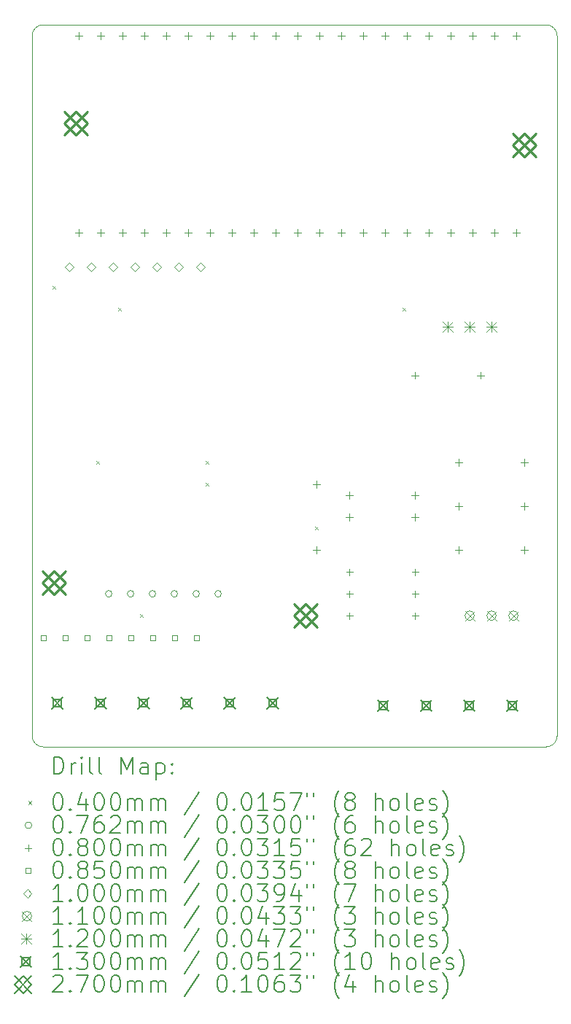
<source format=gbr>
%TF.GenerationSoftware,KiCad,Pcbnew,6.0.11+dfsg-1*%
%TF.CreationDate,2023-04-08T11:40:43+02:00*%
%TF.ProjectId,LampeV1,4c616d70-6556-4312-9e6b-696361645f70,rev?*%
%TF.SameCoordinates,Original*%
%TF.FileFunction,Drillmap*%
%TF.FilePolarity,Positive*%
%FSLAX45Y45*%
G04 Gerber Fmt 4.5, Leading zero omitted, Abs format (unit mm)*
G04 Created by KiCad (PCBNEW 6.0.11+dfsg-1) date 2023-04-08 11:40:43*
%MOMM*%
%LPD*%
G01*
G04 APERTURE LIST*
%ADD10C,0.100000*%
%ADD11C,0.200000*%
%ADD12C,0.040000*%
%ADD13C,0.076200*%
%ADD14C,0.080000*%
%ADD15C,0.085000*%
%ADD16C,0.110000*%
%ADD17C,0.120000*%
%ADD18C,0.130000*%
%ADD19C,0.270000*%
G04 APERTURE END LIST*
D10*
X7874000Y-11811000D02*
X7874000Y-3683000D01*
X13843000Y-11938000D02*
X8001000Y-11938000D01*
X8001000Y-3556000D02*
G75*
G03*
X7874000Y-3683000I0J-127000D01*
G01*
X13970000Y-3683000D02*
G75*
G03*
X13843000Y-3556000I-127000J0D01*
G01*
X7874000Y-11811000D02*
G75*
G03*
X8001000Y-11938000I127000J0D01*
G01*
X13843000Y-11938000D02*
G75*
G03*
X13970000Y-11811000I0J127000D01*
G01*
X8001000Y-3556000D02*
X13843000Y-3556000D01*
X13970000Y-3683000D02*
X13970000Y-11811000D01*
D11*
D12*
X8108000Y-6584000D02*
X8148000Y-6624000D01*
X8148000Y-6584000D02*
X8108000Y-6624000D01*
X8616000Y-8616000D02*
X8656000Y-8656000D01*
X8656000Y-8616000D02*
X8616000Y-8656000D01*
X8870000Y-6838000D02*
X8910000Y-6878000D01*
X8910000Y-6838000D02*
X8870000Y-6878000D01*
X9124000Y-10394000D02*
X9164000Y-10434000D01*
X9164000Y-10394000D02*
X9124000Y-10434000D01*
X9886000Y-8616000D02*
X9926000Y-8656000D01*
X9926000Y-8616000D02*
X9886000Y-8656000D01*
X9886000Y-8870000D02*
X9926000Y-8910000D01*
X9926000Y-8870000D02*
X9886000Y-8910000D01*
X11156000Y-9378000D02*
X11196000Y-9418000D01*
X11196000Y-9378000D02*
X11156000Y-9418000D01*
X12172000Y-6838000D02*
X12212000Y-6878000D01*
X12212000Y-6838000D02*
X12172000Y-6878000D01*
D13*
X8801100Y-10160000D02*
G75*
G03*
X8801100Y-10160000I-38100J0D01*
G01*
X9055100Y-10160000D02*
G75*
G03*
X9055100Y-10160000I-38100J0D01*
G01*
X9309100Y-10160000D02*
G75*
G03*
X9309100Y-10160000I-38100J0D01*
G01*
X9563100Y-10160000D02*
G75*
G03*
X9563100Y-10160000I-38100J0D01*
G01*
X9817100Y-10160000D02*
G75*
G03*
X9817100Y-10160000I-38100J0D01*
G01*
X10071100Y-10160000D02*
G75*
G03*
X10071100Y-10160000I-38100J0D01*
G01*
D14*
X8415020Y-3642816D02*
X8415020Y-3722816D01*
X8375020Y-3682816D02*
X8455020Y-3682816D01*
X8415292Y-5928816D02*
X8415292Y-6008816D01*
X8375292Y-5968816D02*
X8455292Y-5968816D01*
X8669020Y-3642816D02*
X8669020Y-3722816D01*
X8629020Y-3682816D02*
X8709020Y-3682816D01*
X8669292Y-5928816D02*
X8669292Y-6008816D01*
X8629292Y-5968816D02*
X8709292Y-5968816D01*
X8923020Y-3642816D02*
X8923020Y-3722816D01*
X8883020Y-3682816D02*
X8963020Y-3682816D01*
X8923292Y-5928816D02*
X8923292Y-6008816D01*
X8883292Y-5968816D02*
X8963292Y-5968816D01*
X9177020Y-3642816D02*
X9177020Y-3722816D01*
X9137020Y-3682816D02*
X9217020Y-3682816D01*
X9177292Y-5928816D02*
X9177292Y-6008816D01*
X9137292Y-5968816D02*
X9217292Y-5968816D01*
X9431020Y-3642816D02*
X9431020Y-3722816D01*
X9391020Y-3682816D02*
X9471020Y-3682816D01*
X9431292Y-5928816D02*
X9431292Y-6008816D01*
X9391292Y-5968816D02*
X9471292Y-5968816D01*
X9685020Y-3642816D02*
X9685020Y-3722816D01*
X9645020Y-3682816D02*
X9725020Y-3682816D01*
X9685292Y-5928816D02*
X9685292Y-6008816D01*
X9645292Y-5968816D02*
X9725292Y-5968816D01*
X9939020Y-3642816D02*
X9939020Y-3722816D01*
X9899020Y-3682816D02*
X9979020Y-3682816D01*
X9939292Y-5928816D02*
X9939292Y-6008816D01*
X9899292Y-5968816D02*
X9979292Y-5968816D01*
X10193020Y-3642816D02*
X10193020Y-3722816D01*
X10153020Y-3682816D02*
X10233020Y-3682816D01*
X10193292Y-5928816D02*
X10193292Y-6008816D01*
X10153292Y-5968816D02*
X10233292Y-5968816D01*
X10447020Y-3642816D02*
X10447020Y-3722816D01*
X10407020Y-3682816D02*
X10487020Y-3682816D01*
X10447292Y-5928816D02*
X10447292Y-6008816D01*
X10407292Y-5968816D02*
X10487292Y-5968816D01*
X10701020Y-3642816D02*
X10701020Y-3722816D01*
X10661020Y-3682816D02*
X10741020Y-3682816D01*
X10701292Y-5928816D02*
X10701292Y-6008816D01*
X10661292Y-5968816D02*
X10741292Y-5968816D01*
X10955020Y-3642816D02*
X10955020Y-3722816D01*
X10915020Y-3682816D02*
X10995020Y-3682816D01*
X10955292Y-5928816D02*
X10955292Y-6008816D01*
X10915292Y-5968816D02*
X10995292Y-5968816D01*
X11176000Y-8850000D02*
X11176000Y-8930000D01*
X11136000Y-8890000D02*
X11216000Y-8890000D01*
X11176000Y-9612000D02*
X11176000Y-9692000D01*
X11136000Y-9652000D02*
X11216000Y-9652000D01*
X11209020Y-3642816D02*
X11209020Y-3722816D01*
X11169020Y-3682816D02*
X11249020Y-3682816D01*
X11209292Y-5928816D02*
X11209292Y-6008816D01*
X11169292Y-5968816D02*
X11249292Y-5968816D01*
X11463020Y-3642816D02*
X11463020Y-3722816D01*
X11423020Y-3682816D02*
X11503020Y-3682816D01*
X11463292Y-5928816D02*
X11463292Y-6008816D01*
X11423292Y-5968816D02*
X11503292Y-5968816D01*
X11556000Y-8977500D02*
X11556000Y-9057500D01*
X11516000Y-9017500D02*
X11596000Y-9017500D01*
X11556000Y-9231500D02*
X11556000Y-9311500D01*
X11516000Y-9271500D02*
X11596000Y-9271500D01*
X11559000Y-9867500D02*
X11559000Y-9947500D01*
X11519000Y-9907500D02*
X11599000Y-9907500D01*
X11559000Y-10121500D02*
X11559000Y-10201500D01*
X11519000Y-10161500D02*
X11599000Y-10161500D01*
X11559000Y-10375500D02*
X11559000Y-10455500D01*
X11519000Y-10415500D02*
X11599000Y-10415500D01*
X11717020Y-3642816D02*
X11717020Y-3722816D01*
X11677020Y-3682816D02*
X11757020Y-3682816D01*
X11717292Y-5928816D02*
X11717292Y-6008816D01*
X11677292Y-5968816D02*
X11757292Y-5968816D01*
X11971020Y-3642816D02*
X11971020Y-3722816D01*
X11931020Y-3682816D02*
X12011020Y-3682816D01*
X11971292Y-5928816D02*
X11971292Y-6008816D01*
X11931292Y-5968816D02*
X12011292Y-5968816D01*
X12225020Y-3642816D02*
X12225020Y-3722816D01*
X12185020Y-3682816D02*
X12265020Y-3682816D01*
X12225292Y-5928816D02*
X12225292Y-6008816D01*
X12185292Y-5968816D02*
X12265292Y-5968816D01*
X12318000Y-8977500D02*
X12318000Y-9057500D01*
X12278000Y-9017500D02*
X12358000Y-9017500D01*
X12318000Y-9231500D02*
X12318000Y-9311500D01*
X12278000Y-9271500D02*
X12358000Y-9271500D01*
X12319000Y-7584000D02*
X12319000Y-7664000D01*
X12279000Y-7624000D02*
X12359000Y-7624000D01*
X12321000Y-9867500D02*
X12321000Y-9947500D01*
X12281000Y-9907500D02*
X12361000Y-9907500D01*
X12321000Y-10121500D02*
X12321000Y-10201500D01*
X12281000Y-10161500D02*
X12361000Y-10161500D01*
X12321000Y-10375500D02*
X12321000Y-10455500D01*
X12281000Y-10415500D02*
X12361000Y-10415500D01*
X12479020Y-3642816D02*
X12479020Y-3722816D01*
X12439020Y-3682816D02*
X12519020Y-3682816D01*
X12479292Y-5928816D02*
X12479292Y-6008816D01*
X12439292Y-5968816D02*
X12519292Y-5968816D01*
X12733020Y-3642816D02*
X12733020Y-3722816D01*
X12693020Y-3682816D02*
X12773020Y-3682816D01*
X12733292Y-5928816D02*
X12733292Y-6008816D01*
X12693292Y-5968816D02*
X12773292Y-5968816D01*
X12827000Y-8596000D02*
X12827000Y-8676000D01*
X12787000Y-8636000D02*
X12867000Y-8636000D01*
X12827000Y-9104000D02*
X12827000Y-9184000D01*
X12787000Y-9144000D02*
X12867000Y-9144000D01*
X12827000Y-9612000D02*
X12827000Y-9692000D01*
X12787000Y-9652000D02*
X12867000Y-9652000D01*
X12987020Y-3642816D02*
X12987020Y-3722816D01*
X12947020Y-3682816D02*
X13027020Y-3682816D01*
X12987292Y-5928816D02*
X12987292Y-6008816D01*
X12947292Y-5968816D02*
X13027292Y-5968816D01*
X13081000Y-7584000D02*
X13081000Y-7664000D01*
X13041000Y-7624000D02*
X13121000Y-7624000D01*
X13241020Y-3642816D02*
X13241020Y-3722816D01*
X13201020Y-3682816D02*
X13281020Y-3682816D01*
X13241020Y-5929184D02*
X13241020Y-6009184D01*
X13201020Y-5969184D02*
X13281020Y-5969184D01*
X13495020Y-3643184D02*
X13495020Y-3723184D01*
X13455020Y-3683184D02*
X13535020Y-3683184D01*
X13495020Y-5929184D02*
X13495020Y-6009184D01*
X13455020Y-5969184D02*
X13535020Y-5969184D01*
X13589000Y-8596000D02*
X13589000Y-8676000D01*
X13549000Y-8636000D02*
X13629000Y-8636000D01*
X13589000Y-9104000D02*
X13589000Y-9184000D01*
X13549000Y-9144000D02*
X13629000Y-9144000D01*
X13589000Y-9612000D02*
X13589000Y-9692000D01*
X13549000Y-9652000D02*
X13629000Y-9652000D01*
D15*
X8031052Y-10701052D02*
X8031052Y-10640948D01*
X7970948Y-10640948D01*
X7970948Y-10701052D01*
X8031052Y-10701052D01*
X8285052Y-10701052D02*
X8285052Y-10640948D01*
X8224948Y-10640948D01*
X8224948Y-10701052D01*
X8285052Y-10701052D01*
X8539052Y-10701052D02*
X8539052Y-10640948D01*
X8478948Y-10640948D01*
X8478948Y-10701052D01*
X8539052Y-10701052D01*
X8793052Y-10701052D02*
X8793052Y-10640948D01*
X8732948Y-10640948D01*
X8732948Y-10701052D01*
X8793052Y-10701052D01*
X9047052Y-10701052D02*
X9047052Y-10640948D01*
X8986948Y-10640948D01*
X8986948Y-10701052D01*
X9047052Y-10701052D01*
X9301052Y-10701052D02*
X9301052Y-10640948D01*
X9240948Y-10640948D01*
X9240948Y-10701052D01*
X9301052Y-10701052D01*
X9555052Y-10701052D02*
X9555052Y-10640948D01*
X9494948Y-10640948D01*
X9494948Y-10701052D01*
X9555052Y-10701052D01*
X9809052Y-10701052D02*
X9809052Y-10640948D01*
X9748948Y-10640948D01*
X9748948Y-10701052D01*
X9809052Y-10701052D01*
D10*
X8304750Y-6414750D02*
X8354750Y-6364750D01*
X8304750Y-6314750D01*
X8254750Y-6364750D01*
X8304750Y-6414750D01*
X8558750Y-6414750D02*
X8608750Y-6364750D01*
X8558750Y-6314750D01*
X8508750Y-6364750D01*
X8558750Y-6414750D01*
X8812750Y-6414750D02*
X8862750Y-6364750D01*
X8812750Y-6314750D01*
X8762750Y-6364750D01*
X8812750Y-6414750D01*
X9066750Y-6413750D02*
X9116750Y-6363750D01*
X9066750Y-6313750D01*
X9016750Y-6363750D01*
X9066750Y-6413750D01*
X9320750Y-6414750D02*
X9370750Y-6364750D01*
X9320750Y-6314750D01*
X9270750Y-6364750D01*
X9320750Y-6414750D01*
X9574750Y-6414750D02*
X9624750Y-6364750D01*
X9574750Y-6314750D01*
X9524750Y-6364750D01*
X9574750Y-6414750D01*
X9828750Y-6414750D02*
X9878750Y-6364750D01*
X9828750Y-6314750D01*
X9778750Y-6364750D01*
X9828750Y-6414750D01*
D16*
X12899000Y-10359000D02*
X13009000Y-10469000D01*
X13009000Y-10359000D02*
X12899000Y-10469000D01*
X13009000Y-10414000D02*
G75*
G03*
X13009000Y-10414000I-55000J0D01*
G01*
X13153000Y-10359000D02*
X13263000Y-10469000D01*
X13263000Y-10359000D02*
X13153000Y-10469000D01*
X13263000Y-10414000D02*
G75*
G03*
X13263000Y-10414000I-55000J0D01*
G01*
X13407000Y-10359000D02*
X13517000Y-10469000D01*
X13517000Y-10359000D02*
X13407000Y-10469000D01*
X13517000Y-10414000D02*
G75*
G03*
X13517000Y-10414000I-55000J0D01*
G01*
D17*
X12640000Y-6998000D02*
X12760000Y-7118000D01*
X12760000Y-6998000D02*
X12640000Y-7118000D01*
X12700000Y-6998000D02*
X12700000Y-7118000D01*
X12640000Y-7058000D02*
X12760000Y-7058000D01*
X12894000Y-6998000D02*
X13014000Y-7118000D01*
X13014000Y-6998000D02*
X12894000Y-7118000D01*
X12954000Y-6998000D02*
X12954000Y-7118000D01*
X12894000Y-7058000D02*
X13014000Y-7058000D01*
X13148000Y-6998000D02*
X13268000Y-7118000D01*
X13268000Y-6998000D02*
X13148000Y-7118000D01*
X13208000Y-6998000D02*
X13208000Y-7118000D01*
X13148000Y-7058000D02*
X13268000Y-7058000D01*
D18*
X8103000Y-11365000D02*
X8233000Y-11495000D01*
X8233000Y-11365000D02*
X8103000Y-11495000D01*
X8213962Y-11475962D02*
X8213962Y-11384038D01*
X8122038Y-11384038D01*
X8122038Y-11475962D01*
X8213962Y-11475962D01*
X8603000Y-11365000D02*
X8733000Y-11495000D01*
X8733000Y-11365000D02*
X8603000Y-11495000D01*
X8713962Y-11475962D02*
X8713962Y-11384038D01*
X8622038Y-11384038D01*
X8622038Y-11475962D01*
X8713962Y-11475962D01*
X9103000Y-11365000D02*
X9233000Y-11495000D01*
X9233000Y-11365000D02*
X9103000Y-11495000D01*
X9213962Y-11475962D02*
X9213962Y-11384038D01*
X9122038Y-11384038D01*
X9122038Y-11475962D01*
X9213962Y-11475962D01*
X9603000Y-11365000D02*
X9733000Y-11495000D01*
X9733000Y-11365000D02*
X9603000Y-11495000D01*
X9713962Y-11475962D02*
X9713962Y-11384038D01*
X9622038Y-11384038D01*
X9622038Y-11475962D01*
X9713962Y-11475962D01*
X10103000Y-11365000D02*
X10233000Y-11495000D01*
X10233000Y-11365000D02*
X10103000Y-11495000D01*
X10213962Y-11475962D02*
X10213962Y-11384038D01*
X10122038Y-11384038D01*
X10122038Y-11475962D01*
X10213962Y-11475962D01*
X10603000Y-11365000D02*
X10733000Y-11495000D01*
X10733000Y-11365000D02*
X10603000Y-11495000D01*
X10713962Y-11475962D02*
X10713962Y-11384038D01*
X10622038Y-11384038D01*
X10622038Y-11475962D01*
X10713962Y-11475962D01*
X11885000Y-11393000D02*
X12015000Y-11523000D01*
X12015000Y-11393000D02*
X11885000Y-11523000D01*
X11995962Y-11503962D02*
X11995962Y-11412038D01*
X11904038Y-11412038D01*
X11904038Y-11503962D01*
X11995962Y-11503962D01*
X12385000Y-11393000D02*
X12515000Y-11523000D01*
X12515000Y-11393000D02*
X12385000Y-11523000D01*
X12495962Y-11503962D02*
X12495962Y-11412038D01*
X12404038Y-11412038D01*
X12404038Y-11503962D01*
X12495962Y-11503962D01*
X12885000Y-11393000D02*
X13015000Y-11523000D01*
X13015000Y-11393000D02*
X12885000Y-11523000D01*
X12995962Y-11503962D02*
X12995962Y-11412038D01*
X12904038Y-11412038D01*
X12904038Y-11503962D01*
X12995962Y-11503962D01*
X13385000Y-11393000D02*
X13515000Y-11523000D01*
X13515000Y-11393000D02*
X13385000Y-11523000D01*
X13495962Y-11503962D02*
X13495962Y-11412038D01*
X13404038Y-11412038D01*
X13404038Y-11503962D01*
X13495962Y-11503962D01*
D19*
X7993000Y-9898000D02*
X8263000Y-10168000D01*
X8263000Y-9898000D02*
X7993000Y-10168000D01*
X8128000Y-10168000D02*
X8263000Y-10033000D01*
X8128000Y-9898000D01*
X7993000Y-10033000D01*
X8128000Y-10168000D01*
X8247000Y-4564000D02*
X8517000Y-4834000D01*
X8517000Y-4564000D02*
X8247000Y-4834000D01*
X8382000Y-4834000D02*
X8517000Y-4699000D01*
X8382000Y-4564000D01*
X8247000Y-4699000D01*
X8382000Y-4834000D01*
X10914000Y-10279000D02*
X11184000Y-10549000D01*
X11184000Y-10279000D02*
X10914000Y-10549000D01*
X11049000Y-10549000D02*
X11184000Y-10414000D01*
X11049000Y-10279000D01*
X10914000Y-10414000D01*
X11049000Y-10549000D01*
X13454000Y-4818000D02*
X13724000Y-5088000D01*
X13724000Y-4818000D02*
X13454000Y-5088000D01*
X13589000Y-5088000D02*
X13724000Y-4953000D01*
X13589000Y-4818000D01*
X13454000Y-4953000D01*
X13589000Y-5088000D01*
D11*
X8126619Y-12253476D02*
X8126619Y-12053476D01*
X8174238Y-12053476D01*
X8202809Y-12063000D01*
X8221857Y-12082048D01*
X8231381Y-12101095D01*
X8240905Y-12139190D01*
X8240905Y-12167762D01*
X8231381Y-12205857D01*
X8221857Y-12224905D01*
X8202809Y-12243952D01*
X8174238Y-12253476D01*
X8126619Y-12253476D01*
X8326619Y-12253476D02*
X8326619Y-12120143D01*
X8326619Y-12158238D02*
X8336143Y-12139190D01*
X8345667Y-12129667D01*
X8364714Y-12120143D01*
X8383762Y-12120143D01*
X8450429Y-12253476D02*
X8450429Y-12120143D01*
X8450429Y-12053476D02*
X8440905Y-12063000D01*
X8450429Y-12072524D01*
X8459952Y-12063000D01*
X8450429Y-12053476D01*
X8450429Y-12072524D01*
X8574238Y-12253476D02*
X8555190Y-12243952D01*
X8545667Y-12224905D01*
X8545667Y-12053476D01*
X8679000Y-12253476D02*
X8659952Y-12243952D01*
X8650429Y-12224905D01*
X8650429Y-12053476D01*
X8907571Y-12253476D02*
X8907571Y-12053476D01*
X8974238Y-12196333D01*
X9040905Y-12053476D01*
X9040905Y-12253476D01*
X9221857Y-12253476D02*
X9221857Y-12148714D01*
X9212333Y-12129667D01*
X9193286Y-12120143D01*
X9155190Y-12120143D01*
X9136143Y-12129667D01*
X9221857Y-12243952D02*
X9202810Y-12253476D01*
X9155190Y-12253476D01*
X9136143Y-12243952D01*
X9126619Y-12224905D01*
X9126619Y-12205857D01*
X9136143Y-12186809D01*
X9155190Y-12177286D01*
X9202810Y-12177286D01*
X9221857Y-12167762D01*
X9317095Y-12120143D02*
X9317095Y-12320143D01*
X9317095Y-12129667D02*
X9336143Y-12120143D01*
X9374238Y-12120143D01*
X9393286Y-12129667D01*
X9402810Y-12139190D01*
X9412333Y-12158238D01*
X9412333Y-12215381D01*
X9402810Y-12234428D01*
X9393286Y-12243952D01*
X9374238Y-12253476D01*
X9336143Y-12253476D01*
X9317095Y-12243952D01*
X9498048Y-12234428D02*
X9507571Y-12243952D01*
X9498048Y-12253476D01*
X9488524Y-12243952D01*
X9498048Y-12234428D01*
X9498048Y-12253476D01*
X9498048Y-12129667D02*
X9507571Y-12139190D01*
X9498048Y-12148714D01*
X9488524Y-12139190D01*
X9498048Y-12129667D01*
X9498048Y-12148714D01*
D12*
X7829000Y-12563000D02*
X7869000Y-12603000D01*
X7869000Y-12563000D02*
X7829000Y-12603000D01*
D11*
X8164714Y-12473476D02*
X8183762Y-12473476D01*
X8202809Y-12483000D01*
X8212333Y-12492524D01*
X8221857Y-12511571D01*
X8231381Y-12549667D01*
X8231381Y-12597286D01*
X8221857Y-12635381D01*
X8212333Y-12654428D01*
X8202809Y-12663952D01*
X8183762Y-12673476D01*
X8164714Y-12673476D01*
X8145667Y-12663952D01*
X8136143Y-12654428D01*
X8126619Y-12635381D01*
X8117095Y-12597286D01*
X8117095Y-12549667D01*
X8126619Y-12511571D01*
X8136143Y-12492524D01*
X8145667Y-12483000D01*
X8164714Y-12473476D01*
X8317095Y-12654428D02*
X8326619Y-12663952D01*
X8317095Y-12673476D01*
X8307571Y-12663952D01*
X8317095Y-12654428D01*
X8317095Y-12673476D01*
X8498048Y-12540143D02*
X8498048Y-12673476D01*
X8450429Y-12463952D02*
X8402810Y-12606809D01*
X8526619Y-12606809D01*
X8640905Y-12473476D02*
X8659952Y-12473476D01*
X8679000Y-12483000D01*
X8688524Y-12492524D01*
X8698048Y-12511571D01*
X8707571Y-12549667D01*
X8707571Y-12597286D01*
X8698048Y-12635381D01*
X8688524Y-12654428D01*
X8679000Y-12663952D01*
X8659952Y-12673476D01*
X8640905Y-12673476D01*
X8621857Y-12663952D01*
X8612333Y-12654428D01*
X8602810Y-12635381D01*
X8593286Y-12597286D01*
X8593286Y-12549667D01*
X8602810Y-12511571D01*
X8612333Y-12492524D01*
X8621857Y-12483000D01*
X8640905Y-12473476D01*
X8831381Y-12473476D02*
X8850429Y-12473476D01*
X8869476Y-12483000D01*
X8879000Y-12492524D01*
X8888524Y-12511571D01*
X8898048Y-12549667D01*
X8898048Y-12597286D01*
X8888524Y-12635381D01*
X8879000Y-12654428D01*
X8869476Y-12663952D01*
X8850429Y-12673476D01*
X8831381Y-12673476D01*
X8812333Y-12663952D01*
X8802810Y-12654428D01*
X8793286Y-12635381D01*
X8783762Y-12597286D01*
X8783762Y-12549667D01*
X8793286Y-12511571D01*
X8802810Y-12492524D01*
X8812333Y-12483000D01*
X8831381Y-12473476D01*
X8983762Y-12673476D02*
X8983762Y-12540143D01*
X8983762Y-12559190D02*
X8993286Y-12549667D01*
X9012333Y-12540143D01*
X9040905Y-12540143D01*
X9059952Y-12549667D01*
X9069476Y-12568714D01*
X9069476Y-12673476D01*
X9069476Y-12568714D02*
X9079000Y-12549667D01*
X9098048Y-12540143D01*
X9126619Y-12540143D01*
X9145667Y-12549667D01*
X9155190Y-12568714D01*
X9155190Y-12673476D01*
X9250429Y-12673476D02*
X9250429Y-12540143D01*
X9250429Y-12559190D02*
X9259952Y-12549667D01*
X9279000Y-12540143D01*
X9307571Y-12540143D01*
X9326619Y-12549667D01*
X9336143Y-12568714D01*
X9336143Y-12673476D01*
X9336143Y-12568714D02*
X9345667Y-12549667D01*
X9364714Y-12540143D01*
X9393286Y-12540143D01*
X9412333Y-12549667D01*
X9421857Y-12568714D01*
X9421857Y-12673476D01*
X9812333Y-12463952D02*
X9640905Y-12721095D01*
X10069476Y-12473476D02*
X10088524Y-12473476D01*
X10107571Y-12483000D01*
X10117095Y-12492524D01*
X10126619Y-12511571D01*
X10136143Y-12549667D01*
X10136143Y-12597286D01*
X10126619Y-12635381D01*
X10117095Y-12654428D01*
X10107571Y-12663952D01*
X10088524Y-12673476D01*
X10069476Y-12673476D01*
X10050429Y-12663952D01*
X10040905Y-12654428D01*
X10031381Y-12635381D01*
X10021857Y-12597286D01*
X10021857Y-12549667D01*
X10031381Y-12511571D01*
X10040905Y-12492524D01*
X10050429Y-12483000D01*
X10069476Y-12473476D01*
X10221857Y-12654428D02*
X10231381Y-12663952D01*
X10221857Y-12673476D01*
X10212333Y-12663952D01*
X10221857Y-12654428D01*
X10221857Y-12673476D01*
X10355190Y-12473476D02*
X10374238Y-12473476D01*
X10393286Y-12483000D01*
X10402810Y-12492524D01*
X10412333Y-12511571D01*
X10421857Y-12549667D01*
X10421857Y-12597286D01*
X10412333Y-12635381D01*
X10402810Y-12654428D01*
X10393286Y-12663952D01*
X10374238Y-12673476D01*
X10355190Y-12673476D01*
X10336143Y-12663952D01*
X10326619Y-12654428D01*
X10317095Y-12635381D01*
X10307571Y-12597286D01*
X10307571Y-12549667D01*
X10317095Y-12511571D01*
X10326619Y-12492524D01*
X10336143Y-12483000D01*
X10355190Y-12473476D01*
X10612333Y-12673476D02*
X10498048Y-12673476D01*
X10555190Y-12673476D02*
X10555190Y-12473476D01*
X10536143Y-12502048D01*
X10517095Y-12521095D01*
X10498048Y-12530619D01*
X10793286Y-12473476D02*
X10698048Y-12473476D01*
X10688524Y-12568714D01*
X10698048Y-12559190D01*
X10717095Y-12549667D01*
X10764714Y-12549667D01*
X10783762Y-12559190D01*
X10793286Y-12568714D01*
X10802810Y-12587762D01*
X10802810Y-12635381D01*
X10793286Y-12654428D01*
X10783762Y-12663952D01*
X10764714Y-12673476D01*
X10717095Y-12673476D01*
X10698048Y-12663952D01*
X10688524Y-12654428D01*
X10869476Y-12473476D02*
X11002810Y-12473476D01*
X10917095Y-12673476D01*
X11069476Y-12473476D02*
X11069476Y-12511571D01*
X11145667Y-12473476D02*
X11145667Y-12511571D01*
X11440905Y-12749667D02*
X11431381Y-12740143D01*
X11412333Y-12711571D01*
X11402809Y-12692524D01*
X11393286Y-12663952D01*
X11383762Y-12616333D01*
X11383762Y-12578238D01*
X11393286Y-12530619D01*
X11402809Y-12502048D01*
X11412333Y-12483000D01*
X11431381Y-12454428D01*
X11440905Y-12444905D01*
X11545667Y-12559190D02*
X11526619Y-12549667D01*
X11517095Y-12540143D01*
X11507571Y-12521095D01*
X11507571Y-12511571D01*
X11517095Y-12492524D01*
X11526619Y-12483000D01*
X11545667Y-12473476D01*
X11583762Y-12473476D01*
X11602809Y-12483000D01*
X11612333Y-12492524D01*
X11621857Y-12511571D01*
X11621857Y-12521095D01*
X11612333Y-12540143D01*
X11602809Y-12549667D01*
X11583762Y-12559190D01*
X11545667Y-12559190D01*
X11526619Y-12568714D01*
X11517095Y-12578238D01*
X11507571Y-12597286D01*
X11507571Y-12635381D01*
X11517095Y-12654428D01*
X11526619Y-12663952D01*
X11545667Y-12673476D01*
X11583762Y-12673476D01*
X11602809Y-12663952D01*
X11612333Y-12654428D01*
X11621857Y-12635381D01*
X11621857Y-12597286D01*
X11612333Y-12578238D01*
X11602809Y-12568714D01*
X11583762Y-12559190D01*
X11859952Y-12673476D02*
X11859952Y-12473476D01*
X11945667Y-12673476D02*
X11945667Y-12568714D01*
X11936143Y-12549667D01*
X11917095Y-12540143D01*
X11888524Y-12540143D01*
X11869476Y-12549667D01*
X11859952Y-12559190D01*
X12069476Y-12673476D02*
X12050428Y-12663952D01*
X12040905Y-12654428D01*
X12031381Y-12635381D01*
X12031381Y-12578238D01*
X12040905Y-12559190D01*
X12050428Y-12549667D01*
X12069476Y-12540143D01*
X12098048Y-12540143D01*
X12117095Y-12549667D01*
X12126619Y-12559190D01*
X12136143Y-12578238D01*
X12136143Y-12635381D01*
X12126619Y-12654428D01*
X12117095Y-12663952D01*
X12098048Y-12673476D01*
X12069476Y-12673476D01*
X12250428Y-12673476D02*
X12231381Y-12663952D01*
X12221857Y-12644905D01*
X12221857Y-12473476D01*
X12402809Y-12663952D02*
X12383762Y-12673476D01*
X12345667Y-12673476D01*
X12326619Y-12663952D01*
X12317095Y-12644905D01*
X12317095Y-12568714D01*
X12326619Y-12549667D01*
X12345667Y-12540143D01*
X12383762Y-12540143D01*
X12402809Y-12549667D01*
X12412333Y-12568714D01*
X12412333Y-12587762D01*
X12317095Y-12606809D01*
X12488524Y-12663952D02*
X12507571Y-12673476D01*
X12545667Y-12673476D01*
X12564714Y-12663952D01*
X12574238Y-12644905D01*
X12574238Y-12635381D01*
X12564714Y-12616333D01*
X12545667Y-12606809D01*
X12517095Y-12606809D01*
X12498048Y-12597286D01*
X12488524Y-12578238D01*
X12488524Y-12568714D01*
X12498048Y-12549667D01*
X12517095Y-12540143D01*
X12545667Y-12540143D01*
X12564714Y-12549667D01*
X12640905Y-12749667D02*
X12650428Y-12740143D01*
X12669476Y-12711571D01*
X12679000Y-12692524D01*
X12688524Y-12663952D01*
X12698048Y-12616333D01*
X12698048Y-12578238D01*
X12688524Y-12530619D01*
X12679000Y-12502048D01*
X12669476Y-12483000D01*
X12650428Y-12454428D01*
X12640905Y-12444905D01*
D13*
X7869000Y-12847000D02*
G75*
G03*
X7869000Y-12847000I-38100J0D01*
G01*
D11*
X8164714Y-12737476D02*
X8183762Y-12737476D01*
X8202809Y-12747000D01*
X8212333Y-12756524D01*
X8221857Y-12775571D01*
X8231381Y-12813667D01*
X8231381Y-12861286D01*
X8221857Y-12899381D01*
X8212333Y-12918428D01*
X8202809Y-12927952D01*
X8183762Y-12937476D01*
X8164714Y-12937476D01*
X8145667Y-12927952D01*
X8136143Y-12918428D01*
X8126619Y-12899381D01*
X8117095Y-12861286D01*
X8117095Y-12813667D01*
X8126619Y-12775571D01*
X8136143Y-12756524D01*
X8145667Y-12747000D01*
X8164714Y-12737476D01*
X8317095Y-12918428D02*
X8326619Y-12927952D01*
X8317095Y-12937476D01*
X8307571Y-12927952D01*
X8317095Y-12918428D01*
X8317095Y-12937476D01*
X8393286Y-12737476D02*
X8526619Y-12737476D01*
X8440905Y-12937476D01*
X8688524Y-12737476D02*
X8650429Y-12737476D01*
X8631381Y-12747000D01*
X8621857Y-12756524D01*
X8602810Y-12785095D01*
X8593286Y-12823190D01*
X8593286Y-12899381D01*
X8602810Y-12918428D01*
X8612333Y-12927952D01*
X8631381Y-12937476D01*
X8669476Y-12937476D01*
X8688524Y-12927952D01*
X8698048Y-12918428D01*
X8707571Y-12899381D01*
X8707571Y-12851762D01*
X8698048Y-12832714D01*
X8688524Y-12823190D01*
X8669476Y-12813667D01*
X8631381Y-12813667D01*
X8612333Y-12823190D01*
X8602810Y-12832714D01*
X8593286Y-12851762D01*
X8783762Y-12756524D02*
X8793286Y-12747000D01*
X8812333Y-12737476D01*
X8859952Y-12737476D01*
X8879000Y-12747000D01*
X8888524Y-12756524D01*
X8898048Y-12775571D01*
X8898048Y-12794619D01*
X8888524Y-12823190D01*
X8774238Y-12937476D01*
X8898048Y-12937476D01*
X8983762Y-12937476D02*
X8983762Y-12804143D01*
X8983762Y-12823190D02*
X8993286Y-12813667D01*
X9012333Y-12804143D01*
X9040905Y-12804143D01*
X9059952Y-12813667D01*
X9069476Y-12832714D01*
X9069476Y-12937476D01*
X9069476Y-12832714D02*
X9079000Y-12813667D01*
X9098048Y-12804143D01*
X9126619Y-12804143D01*
X9145667Y-12813667D01*
X9155190Y-12832714D01*
X9155190Y-12937476D01*
X9250429Y-12937476D02*
X9250429Y-12804143D01*
X9250429Y-12823190D02*
X9259952Y-12813667D01*
X9279000Y-12804143D01*
X9307571Y-12804143D01*
X9326619Y-12813667D01*
X9336143Y-12832714D01*
X9336143Y-12937476D01*
X9336143Y-12832714D02*
X9345667Y-12813667D01*
X9364714Y-12804143D01*
X9393286Y-12804143D01*
X9412333Y-12813667D01*
X9421857Y-12832714D01*
X9421857Y-12937476D01*
X9812333Y-12727952D02*
X9640905Y-12985095D01*
X10069476Y-12737476D02*
X10088524Y-12737476D01*
X10107571Y-12747000D01*
X10117095Y-12756524D01*
X10126619Y-12775571D01*
X10136143Y-12813667D01*
X10136143Y-12861286D01*
X10126619Y-12899381D01*
X10117095Y-12918428D01*
X10107571Y-12927952D01*
X10088524Y-12937476D01*
X10069476Y-12937476D01*
X10050429Y-12927952D01*
X10040905Y-12918428D01*
X10031381Y-12899381D01*
X10021857Y-12861286D01*
X10021857Y-12813667D01*
X10031381Y-12775571D01*
X10040905Y-12756524D01*
X10050429Y-12747000D01*
X10069476Y-12737476D01*
X10221857Y-12918428D02*
X10231381Y-12927952D01*
X10221857Y-12937476D01*
X10212333Y-12927952D01*
X10221857Y-12918428D01*
X10221857Y-12937476D01*
X10355190Y-12737476D02*
X10374238Y-12737476D01*
X10393286Y-12747000D01*
X10402810Y-12756524D01*
X10412333Y-12775571D01*
X10421857Y-12813667D01*
X10421857Y-12861286D01*
X10412333Y-12899381D01*
X10402810Y-12918428D01*
X10393286Y-12927952D01*
X10374238Y-12937476D01*
X10355190Y-12937476D01*
X10336143Y-12927952D01*
X10326619Y-12918428D01*
X10317095Y-12899381D01*
X10307571Y-12861286D01*
X10307571Y-12813667D01*
X10317095Y-12775571D01*
X10326619Y-12756524D01*
X10336143Y-12747000D01*
X10355190Y-12737476D01*
X10488524Y-12737476D02*
X10612333Y-12737476D01*
X10545667Y-12813667D01*
X10574238Y-12813667D01*
X10593286Y-12823190D01*
X10602810Y-12832714D01*
X10612333Y-12851762D01*
X10612333Y-12899381D01*
X10602810Y-12918428D01*
X10593286Y-12927952D01*
X10574238Y-12937476D01*
X10517095Y-12937476D01*
X10498048Y-12927952D01*
X10488524Y-12918428D01*
X10736143Y-12737476D02*
X10755190Y-12737476D01*
X10774238Y-12747000D01*
X10783762Y-12756524D01*
X10793286Y-12775571D01*
X10802810Y-12813667D01*
X10802810Y-12861286D01*
X10793286Y-12899381D01*
X10783762Y-12918428D01*
X10774238Y-12927952D01*
X10755190Y-12937476D01*
X10736143Y-12937476D01*
X10717095Y-12927952D01*
X10707571Y-12918428D01*
X10698048Y-12899381D01*
X10688524Y-12861286D01*
X10688524Y-12813667D01*
X10698048Y-12775571D01*
X10707571Y-12756524D01*
X10717095Y-12747000D01*
X10736143Y-12737476D01*
X10926619Y-12737476D02*
X10945667Y-12737476D01*
X10964714Y-12747000D01*
X10974238Y-12756524D01*
X10983762Y-12775571D01*
X10993286Y-12813667D01*
X10993286Y-12861286D01*
X10983762Y-12899381D01*
X10974238Y-12918428D01*
X10964714Y-12927952D01*
X10945667Y-12937476D01*
X10926619Y-12937476D01*
X10907571Y-12927952D01*
X10898048Y-12918428D01*
X10888524Y-12899381D01*
X10879000Y-12861286D01*
X10879000Y-12813667D01*
X10888524Y-12775571D01*
X10898048Y-12756524D01*
X10907571Y-12747000D01*
X10926619Y-12737476D01*
X11069476Y-12737476D02*
X11069476Y-12775571D01*
X11145667Y-12737476D02*
X11145667Y-12775571D01*
X11440905Y-13013667D02*
X11431381Y-13004143D01*
X11412333Y-12975571D01*
X11402809Y-12956524D01*
X11393286Y-12927952D01*
X11383762Y-12880333D01*
X11383762Y-12842238D01*
X11393286Y-12794619D01*
X11402809Y-12766048D01*
X11412333Y-12747000D01*
X11431381Y-12718428D01*
X11440905Y-12708905D01*
X11602809Y-12737476D02*
X11564714Y-12737476D01*
X11545667Y-12747000D01*
X11536143Y-12756524D01*
X11517095Y-12785095D01*
X11507571Y-12823190D01*
X11507571Y-12899381D01*
X11517095Y-12918428D01*
X11526619Y-12927952D01*
X11545667Y-12937476D01*
X11583762Y-12937476D01*
X11602809Y-12927952D01*
X11612333Y-12918428D01*
X11621857Y-12899381D01*
X11621857Y-12851762D01*
X11612333Y-12832714D01*
X11602809Y-12823190D01*
X11583762Y-12813667D01*
X11545667Y-12813667D01*
X11526619Y-12823190D01*
X11517095Y-12832714D01*
X11507571Y-12851762D01*
X11859952Y-12937476D02*
X11859952Y-12737476D01*
X11945667Y-12937476D02*
X11945667Y-12832714D01*
X11936143Y-12813667D01*
X11917095Y-12804143D01*
X11888524Y-12804143D01*
X11869476Y-12813667D01*
X11859952Y-12823190D01*
X12069476Y-12937476D02*
X12050428Y-12927952D01*
X12040905Y-12918428D01*
X12031381Y-12899381D01*
X12031381Y-12842238D01*
X12040905Y-12823190D01*
X12050428Y-12813667D01*
X12069476Y-12804143D01*
X12098048Y-12804143D01*
X12117095Y-12813667D01*
X12126619Y-12823190D01*
X12136143Y-12842238D01*
X12136143Y-12899381D01*
X12126619Y-12918428D01*
X12117095Y-12927952D01*
X12098048Y-12937476D01*
X12069476Y-12937476D01*
X12250428Y-12937476D02*
X12231381Y-12927952D01*
X12221857Y-12908905D01*
X12221857Y-12737476D01*
X12402809Y-12927952D02*
X12383762Y-12937476D01*
X12345667Y-12937476D01*
X12326619Y-12927952D01*
X12317095Y-12908905D01*
X12317095Y-12832714D01*
X12326619Y-12813667D01*
X12345667Y-12804143D01*
X12383762Y-12804143D01*
X12402809Y-12813667D01*
X12412333Y-12832714D01*
X12412333Y-12851762D01*
X12317095Y-12870809D01*
X12488524Y-12927952D02*
X12507571Y-12937476D01*
X12545667Y-12937476D01*
X12564714Y-12927952D01*
X12574238Y-12908905D01*
X12574238Y-12899381D01*
X12564714Y-12880333D01*
X12545667Y-12870809D01*
X12517095Y-12870809D01*
X12498048Y-12861286D01*
X12488524Y-12842238D01*
X12488524Y-12832714D01*
X12498048Y-12813667D01*
X12517095Y-12804143D01*
X12545667Y-12804143D01*
X12564714Y-12813667D01*
X12640905Y-13013667D02*
X12650428Y-13004143D01*
X12669476Y-12975571D01*
X12679000Y-12956524D01*
X12688524Y-12927952D01*
X12698048Y-12880333D01*
X12698048Y-12842238D01*
X12688524Y-12794619D01*
X12679000Y-12766048D01*
X12669476Y-12747000D01*
X12650428Y-12718428D01*
X12640905Y-12708905D01*
D14*
X7829000Y-13071000D02*
X7829000Y-13151000D01*
X7789000Y-13111000D02*
X7869000Y-13111000D01*
D11*
X8164714Y-13001476D02*
X8183762Y-13001476D01*
X8202809Y-13011000D01*
X8212333Y-13020524D01*
X8221857Y-13039571D01*
X8231381Y-13077667D01*
X8231381Y-13125286D01*
X8221857Y-13163381D01*
X8212333Y-13182428D01*
X8202809Y-13191952D01*
X8183762Y-13201476D01*
X8164714Y-13201476D01*
X8145667Y-13191952D01*
X8136143Y-13182428D01*
X8126619Y-13163381D01*
X8117095Y-13125286D01*
X8117095Y-13077667D01*
X8126619Y-13039571D01*
X8136143Y-13020524D01*
X8145667Y-13011000D01*
X8164714Y-13001476D01*
X8317095Y-13182428D02*
X8326619Y-13191952D01*
X8317095Y-13201476D01*
X8307571Y-13191952D01*
X8317095Y-13182428D01*
X8317095Y-13201476D01*
X8440905Y-13087190D02*
X8421857Y-13077667D01*
X8412333Y-13068143D01*
X8402810Y-13049095D01*
X8402810Y-13039571D01*
X8412333Y-13020524D01*
X8421857Y-13011000D01*
X8440905Y-13001476D01*
X8479000Y-13001476D01*
X8498048Y-13011000D01*
X8507571Y-13020524D01*
X8517095Y-13039571D01*
X8517095Y-13049095D01*
X8507571Y-13068143D01*
X8498048Y-13077667D01*
X8479000Y-13087190D01*
X8440905Y-13087190D01*
X8421857Y-13096714D01*
X8412333Y-13106238D01*
X8402810Y-13125286D01*
X8402810Y-13163381D01*
X8412333Y-13182428D01*
X8421857Y-13191952D01*
X8440905Y-13201476D01*
X8479000Y-13201476D01*
X8498048Y-13191952D01*
X8507571Y-13182428D01*
X8517095Y-13163381D01*
X8517095Y-13125286D01*
X8507571Y-13106238D01*
X8498048Y-13096714D01*
X8479000Y-13087190D01*
X8640905Y-13001476D02*
X8659952Y-13001476D01*
X8679000Y-13011000D01*
X8688524Y-13020524D01*
X8698048Y-13039571D01*
X8707571Y-13077667D01*
X8707571Y-13125286D01*
X8698048Y-13163381D01*
X8688524Y-13182428D01*
X8679000Y-13191952D01*
X8659952Y-13201476D01*
X8640905Y-13201476D01*
X8621857Y-13191952D01*
X8612333Y-13182428D01*
X8602810Y-13163381D01*
X8593286Y-13125286D01*
X8593286Y-13077667D01*
X8602810Y-13039571D01*
X8612333Y-13020524D01*
X8621857Y-13011000D01*
X8640905Y-13001476D01*
X8831381Y-13001476D02*
X8850429Y-13001476D01*
X8869476Y-13011000D01*
X8879000Y-13020524D01*
X8888524Y-13039571D01*
X8898048Y-13077667D01*
X8898048Y-13125286D01*
X8888524Y-13163381D01*
X8879000Y-13182428D01*
X8869476Y-13191952D01*
X8850429Y-13201476D01*
X8831381Y-13201476D01*
X8812333Y-13191952D01*
X8802810Y-13182428D01*
X8793286Y-13163381D01*
X8783762Y-13125286D01*
X8783762Y-13077667D01*
X8793286Y-13039571D01*
X8802810Y-13020524D01*
X8812333Y-13011000D01*
X8831381Y-13001476D01*
X8983762Y-13201476D02*
X8983762Y-13068143D01*
X8983762Y-13087190D02*
X8993286Y-13077667D01*
X9012333Y-13068143D01*
X9040905Y-13068143D01*
X9059952Y-13077667D01*
X9069476Y-13096714D01*
X9069476Y-13201476D01*
X9069476Y-13096714D02*
X9079000Y-13077667D01*
X9098048Y-13068143D01*
X9126619Y-13068143D01*
X9145667Y-13077667D01*
X9155190Y-13096714D01*
X9155190Y-13201476D01*
X9250429Y-13201476D02*
X9250429Y-13068143D01*
X9250429Y-13087190D02*
X9259952Y-13077667D01*
X9279000Y-13068143D01*
X9307571Y-13068143D01*
X9326619Y-13077667D01*
X9336143Y-13096714D01*
X9336143Y-13201476D01*
X9336143Y-13096714D02*
X9345667Y-13077667D01*
X9364714Y-13068143D01*
X9393286Y-13068143D01*
X9412333Y-13077667D01*
X9421857Y-13096714D01*
X9421857Y-13201476D01*
X9812333Y-12991952D02*
X9640905Y-13249095D01*
X10069476Y-13001476D02*
X10088524Y-13001476D01*
X10107571Y-13011000D01*
X10117095Y-13020524D01*
X10126619Y-13039571D01*
X10136143Y-13077667D01*
X10136143Y-13125286D01*
X10126619Y-13163381D01*
X10117095Y-13182428D01*
X10107571Y-13191952D01*
X10088524Y-13201476D01*
X10069476Y-13201476D01*
X10050429Y-13191952D01*
X10040905Y-13182428D01*
X10031381Y-13163381D01*
X10021857Y-13125286D01*
X10021857Y-13077667D01*
X10031381Y-13039571D01*
X10040905Y-13020524D01*
X10050429Y-13011000D01*
X10069476Y-13001476D01*
X10221857Y-13182428D02*
X10231381Y-13191952D01*
X10221857Y-13201476D01*
X10212333Y-13191952D01*
X10221857Y-13182428D01*
X10221857Y-13201476D01*
X10355190Y-13001476D02*
X10374238Y-13001476D01*
X10393286Y-13011000D01*
X10402810Y-13020524D01*
X10412333Y-13039571D01*
X10421857Y-13077667D01*
X10421857Y-13125286D01*
X10412333Y-13163381D01*
X10402810Y-13182428D01*
X10393286Y-13191952D01*
X10374238Y-13201476D01*
X10355190Y-13201476D01*
X10336143Y-13191952D01*
X10326619Y-13182428D01*
X10317095Y-13163381D01*
X10307571Y-13125286D01*
X10307571Y-13077667D01*
X10317095Y-13039571D01*
X10326619Y-13020524D01*
X10336143Y-13011000D01*
X10355190Y-13001476D01*
X10488524Y-13001476D02*
X10612333Y-13001476D01*
X10545667Y-13077667D01*
X10574238Y-13077667D01*
X10593286Y-13087190D01*
X10602810Y-13096714D01*
X10612333Y-13115762D01*
X10612333Y-13163381D01*
X10602810Y-13182428D01*
X10593286Y-13191952D01*
X10574238Y-13201476D01*
X10517095Y-13201476D01*
X10498048Y-13191952D01*
X10488524Y-13182428D01*
X10802810Y-13201476D02*
X10688524Y-13201476D01*
X10745667Y-13201476D02*
X10745667Y-13001476D01*
X10726619Y-13030048D01*
X10707571Y-13049095D01*
X10688524Y-13058619D01*
X10983762Y-13001476D02*
X10888524Y-13001476D01*
X10879000Y-13096714D01*
X10888524Y-13087190D01*
X10907571Y-13077667D01*
X10955190Y-13077667D01*
X10974238Y-13087190D01*
X10983762Y-13096714D01*
X10993286Y-13115762D01*
X10993286Y-13163381D01*
X10983762Y-13182428D01*
X10974238Y-13191952D01*
X10955190Y-13201476D01*
X10907571Y-13201476D01*
X10888524Y-13191952D01*
X10879000Y-13182428D01*
X11069476Y-13001476D02*
X11069476Y-13039571D01*
X11145667Y-13001476D02*
X11145667Y-13039571D01*
X11440905Y-13277667D02*
X11431381Y-13268143D01*
X11412333Y-13239571D01*
X11402809Y-13220524D01*
X11393286Y-13191952D01*
X11383762Y-13144333D01*
X11383762Y-13106238D01*
X11393286Y-13058619D01*
X11402809Y-13030048D01*
X11412333Y-13011000D01*
X11431381Y-12982428D01*
X11440905Y-12972905D01*
X11602809Y-13001476D02*
X11564714Y-13001476D01*
X11545667Y-13011000D01*
X11536143Y-13020524D01*
X11517095Y-13049095D01*
X11507571Y-13087190D01*
X11507571Y-13163381D01*
X11517095Y-13182428D01*
X11526619Y-13191952D01*
X11545667Y-13201476D01*
X11583762Y-13201476D01*
X11602809Y-13191952D01*
X11612333Y-13182428D01*
X11621857Y-13163381D01*
X11621857Y-13115762D01*
X11612333Y-13096714D01*
X11602809Y-13087190D01*
X11583762Y-13077667D01*
X11545667Y-13077667D01*
X11526619Y-13087190D01*
X11517095Y-13096714D01*
X11507571Y-13115762D01*
X11698048Y-13020524D02*
X11707571Y-13011000D01*
X11726619Y-13001476D01*
X11774238Y-13001476D01*
X11793286Y-13011000D01*
X11802809Y-13020524D01*
X11812333Y-13039571D01*
X11812333Y-13058619D01*
X11802809Y-13087190D01*
X11688524Y-13201476D01*
X11812333Y-13201476D01*
X12050428Y-13201476D02*
X12050428Y-13001476D01*
X12136143Y-13201476D02*
X12136143Y-13096714D01*
X12126619Y-13077667D01*
X12107571Y-13068143D01*
X12079000Y-13068143D01*
X12059952Y-13077667D01*
X12050428Y-13087190D01*
X12259952Y-13201476D02*
X12240905Y-13191952D01*
X12231381Y-13182428D01*
X12221857Y-13163381D01*
X12221857Y-13106238D01*
X12231381Y-13087190D01*
X12240905Y-13077667D01*
X12259952Y-13068143D01*
X12288524Y-13068143D01*
X12307571Y-13077667D01*
X12317095Y-13087190D01*
X12326619Y-13106238D01*
X12326619Y-13163381D01*
X12317095Y-13182428D01*
X12307571Y-13191952D01*
X12288524Y-13201476D01*
X12259952Y-13201476D01*
X12440905Y-13201476D02*
X12421857Y-13191952D01*
X12412333Y-13172905D01*
X12412333Y-13001476D01*
X12593286Y-13191952D02*
X12574238Y-13201476D01*
X12536143Y-13201476D01*
X12517095Y-13191952D01*
X12507571Y-13172905D01*
X12507571Y-13096714D01*
X12517095Y-13077667D01*
X12536143Y-13068143D01*
X12574238Y-13068143D01*
X12593286Y-13077667D01*
X12602809Y-13096714D01*
X12602809Y-13115762D01*
X12507571Y-13134809D01*
X12679000Y-13191952D02*
X12698048Y-13201476D01*
X12736143Y-13201476D01*
X12755190Y-13191952D01*
X12764714Y-13172905D01*
X12764714Y-13163381D01*
X12755190Y-13144333D01*
X12736143Y-13134809D01*
X12707571Y-13134809D01*
X12688524Y-13125286D01*
X12679000Y-13106238D01*
X12679000Y-13096714D01*
X12688524Y-13077667D01*
X12707571Y-13068143D01*
X12736143Y-13068143D01*
X12755190Y-13077667D01*
X12831381Y-13277667D02*
X12840905Y-13268143D01*
X12859952Y-13239571D01*
X12869476Y-13220524D01*
X12879000Y-13191952D01*
X12888524Y-13144333D01*
X12888524Y-13106238D01*
X12879000Y-13058619D01*
X12869476Y-13030048D01*
X12859952Y-13011000D01*
X12840905Y-12982428D01*
X12831381Y-12972905D01*
D15*
X7856552Y-13405052D02*
X7856552Y-13344948D01*
X7796448Y-13344948D01*
X7796448Y-13405052D01*
X7856552Y-13405052D01*
D11*
X8164714Y-13265476D02*
X8183762Y-13265476D01*
X8202809Y-13275000D01*
X8212333Y-13284524D01*
X8221857Y-13303571D01*
X8231381Y-13341667D01*
X8231381Y-13389286D01*
X8221857Y-13427381D01*
X8212333Y-13446428D01*
X8202809Y-13455952D01*
X8183762Y-13465476D01*
X8164714Y-13465476D01*
X8145667Y-13455952D01*
X8136143Y-13446428D01*
X8126619Y-13427381D01*
X8117095Y-13389286D01*
X8117095Y-13341667D01*
X8126619Y-13303571D01*
X8136143Y-13284524D01*
X8145667Y-13275000D01*
X8164714Y-13265476D01*
X8317095Y-13446428D02*
X8326619Y-13455952D01*
X8317095Y-13465476D01*
X8307571Y-13455952D01*
X8317095Y-13446428D01*
X8317095Y-13465476D01*
X8440905Y-13351190D02*
X8421857Y-13341667D01*
X8412333Y-13332143D01*
X8402810Y-13313095D01*
X8402810Y-13303571D01*
X8412333Y-13284524D01*
X8421857Y-13275000D01*
X8440905Y-13265476D01*
X8479000Y-13265476D01*
X8498048Y-13275000D01*
X8507571Y-13284524D01*
X8517095Y-13303571D01*
X8517095Y-13313095D01*
X8507571Y-13332143D01*
X8498048Y-13341667D01*
X8479000Y-13351190D01*
X8440905Y-13351190D01*
X8421857Y-13360714D01*
X8412333Y-13370238D01*
X8402810Y-13389286D01*
X8402810Y-13427381D01*
X8412333Y-13446428D01*
X8421857Y-13455952D01*
X8440905Y-13465476D01*
X8479000Y-13465476D01*
X8498048Y-13455952D01*
X8507571Y-13446428D01*
X8517095Y-13427381D01*
X8517095Y-13389286D01*
X8507571Y-13370238D01*
X8498048Y-13360714D01*
X8479000Y-13351190D01*
X8698048Y-13265476D02*
X8602810Y-13265476D01*
X8593286Y-13360714D01*
X8602810Y-13351190D01*
X8621857Y-13341667D01*
X8669476Y-13341667D01*
X8688524Y-13351190D01*
X8698048Y-13360714D01*
X8707571Y-13379762D01*
X8707571Y-13427381D01*
X8698048Y-13446428D01*
X8688524Y-13455952D01*
X8669476Y-13465476D01*
X8621857Y-13465476D01*
X8602810Y-13455952D01*
X8593286Y-13446428D01*
X8831381Y-13265476D02*
X8850429Y-13265476D01*
X8869476Y-13275000D01*
X8879000Y-13284524D01*
X8888524Y-13303571D01*
X8898048Y-13341667D01*
X8898048Y-13389286D01*
X8888524Y-13427381D01*
X8879000Y-13446428D01*
X8869476Y-13455952D01*
X8850429Y-13465476D01*
X8831381Y-13465476D01*
X8812333Y-13455952D01*
X8802810Y-13446428D01*
X8793286Y-13427381D01*
X8783762Y-13389286D01*
X8783762Y-13341667D01*
X8793286Y-13303571D01*
X8802810Y-13284524D01*
X8812333Y-13275000D01*
X8831381Y-13265476D01*
X8983762Y-13465476D02*
X8983762Y-13332143D01*
X8983762Y-13351190D02*
X8993286Y-13341667D01*
X9012333Y-13332143D01*
X9040905Y-13332143D01*
X9059952Y-13341667D01*
X9069476Y-13360714D01*
X9069476Y-13465476D01*
X9069476Y-13360714D02*
X9079000Y-13341667D01*
X9098048Y-13332143D01*
X9126619Y-13332143D01*
X9145667Y-13341667D01*
X9155190Y-13360714D01*
X9155190Y-13465476D01*
X9250429Y-13465476D02*
X9250429Y-13332143D01*
X9250429Y-13351190D02*
X9259952Y-13341667D01*
X9279000Y-13332143D01*
X9307571Y-13332143D01*
X9326619Y-13341667D01*
X9336143Y-13360714D01*
X9336143Y-13465476D01*
X9336143Y-13360714D02*
X9345667Y-13341667D01*
X9364714Y-13332143D01*
X9393286Y-13332143D01*
X9412333Y-13341667D01*
X9421857Y-13360714D01*
X9421857Y-13465476D01*
X9812333Y-13255952D02*
X9640905Y-13513095D01*
X10069476Y-13265476D02*
X10088524Y-13265476D01*
X10107571Y-13275000D01*
X10117095Y-13284524D01*
X10126619Y-13303571D01*
X10136143Y-13341667D01*
X10136143Y-13389286D01*
X10126619Y-13427381D01*
X10117095Y-13446428D01*
X10107571Y-13455952D01*
X10088524Y-13465476D01*
X10069476Y-13465476D01*
X10050429Y-13455952D01*
X10040905Y-13446428D01*
X10031381Y-13427381D01*
X10021857Y-13389286D01*
X10021857Y-13341667D01*
X10031381Y-13303571D01*
X10040905Y-13284524D01*
X10050429Y-13275000D01*
X10069476Y-13265476D01*
X10221857Y-13446428D02*
X10231381Y-13455952D01*
X10221857Y-13465476D01*
X10212333Y-13455952D01*
X10221857Y-13446428D01*
X10221857Y-13465476D01*
X10355190Y-13265476D02*
X10374238Y-13265476D01*
X10393286Y-13275000D01*
X10402810Y-13284524D01*
X10412333Y-13303571D01*
X10421857Y-13341667D01*
X10421857Y-13389286D01*
X10412333Y-13427381D01*
X10402810Y-13446428D01*
X10393286Y-13455952D01*
X10374238Y-13465476D01*
X10355190Y-13465476D01*
X10336143Y-13455952D01*
X10326619Y-13446428D01*
X10317095Y-13427381D01*
X10307571Y-13389286D01*
X10307571Y-13341667D01*
X10317095Y-13303571D01*
X10326619Y-13284524D01*
X10336143Y-13275000D01*
X10355190Y-13265476D01*
X10488524Y-13265476D02*
X10612333Y-13265476D01*
X10545667Y-13341667D01*
X10574238Y-13341667D01*
X10593286Y-13351190D01*
X10602810Y-13360714D01*
X10612333Y-13379762D01*
X10612333Y-13427381D01*
X10602810Y-13446428D01*
X10593286Y-13455952D01*
X10574238Y-13465476D01*
X10517095Y-13465476D01*
X10498048Y-13455952D01*
X10488524Y-13446428D01*
X10679000Y-13265476D02*
X10802810Y-13265476D01*
X10736143Y-13341667D01*
X10764714Y-13341667D01*
X10783762Y-13351190D01*
X10793286Y-13360714D01*
X10802810Y-13379762D01*
X10802810Y-13427381D01*
X10793286Y-13446428D01*
X10783762Y-13455952D01*
X10764714Y-13465476D01*
X10707571Y-13465476D01*
X10688524Y-13455952D01*
X10679000Y-13446428D01*
X10983762Y-13265476D02*
X10888524Y-13265476D01*
X10879000Y-13360714D01*
X10888524Y-13351190D01*
X10907571Y-13341667D01*
X10955190Y-13341667D01*
X10974238Y-13351190D01*
X10983762Y-13360714D01*
X10993286Y-13379762D01*
X10993286Y-13427381D01*
X10983762Y-13446428D01*
X10974238Y-13455952D01*
X10955190Y-13465476D01*
X10907571Y-13465476D01*
X10888524Y-13455952D01*
X10879000Y-13446428D01*
X11069476Y-13265476D02*
X11069476Y-13303571D01*
X11145667Y-13265476D02*
X11145667Y-13303571D01*
X11440905Y-13541667D02*
X11431381Y-13532143D01*
X11412333Y-13503571D01*
X11402809Y-13484524D01*
X11393286Y-13455952D01*
X11383762Y-13408333D01*
X11383762Y-13370238D01*
X11393286Y-13322619D01*
X11402809Y-13294048D01*
X11412333Y-13275000D01*
X11431381Y-13246428D01*
X11440905Y-13236905D01*
X11545667Y-13351190D02*
X11526619Y-13341667D01*
X11517095Y-13332143D01*
X11507571Y-13313095D01*
X11507571Y-13303571D01*
X11517095Y-13284524D01*
X11526619Y-13275000D01*
X11545667Y-13265476D01*
X11583762Y-13265476D01*
X11602809Y-13275000D01*
X11612333Y-13284524D01*
X11621857Y-13303571D01*
X11621857Y-13313095D01*
X11612333Y-13332143D01*
X11602809Y-13341667D01*
X11583762Y-13351190D01*
X11545667Y-13351190D01*
X11526619Y-13360714D01*
X11517095Y-13370238D01*
X11507571Y-13389286D01*
X11507571Y-13427381D01*
X11517095Y-13446428D01*
X11526619Y-13455952D01*
X11545667Y-13465476D01*
X11583762Y-13465476D01*
X11602809Y-13455952D01*
X11612333Y-13446428D01*
X11621857Y-13427381D01*
X11621857Y-13389286D01*
X11612333Y-13370238D01*
X11602809Y-13360714D01*
X11583762Y-13351190D01*
X11859952Y-13465476D02*
X11859952Y-13265476D01*
X11945667Y-13465476D02*
X11945667Y-13360714D01*
X11936143Y-13341667D01*
X11917095Y-13332143D01*
X11888524Y-13332143D01*
X11869476Y-13341667D01*
X11859952Y-13351190D01*
X12069476Y-13465476D02*
X12050428Y-13455952D01*
X12040905Y-13446428D01*
X12031381Y-13427381D01*
X12031381Y-13370238D01*
X12040905Y-13351190D01*
X12050428Y-13341667D01*
X12069476Y-13332143D01*
X12098048Y-13332143D01*
X12117095Y-13341667D01*
X12126619Y-13351190D01*
X12136143Y-13370238D01*
X12136143Y-13427381D01*
X12126619Y-13446428D01*
X12117095Y-13455952D01*
X12098048Y-13465476D01*
X12069476Y-13465476D01*
X12250428Y-13465476D02*
X12231381Y-13455952D01*
X12221857Y-13436905D01*
X12221857Y-13265476D01*
X12402809Y-13455952D02*
X12383762Y-13465476D01*
X12345667Y-13465476D01*
X12326619Y-13455952D01*
X12317095Y-13436905D01*
X12317095Y-13360714D01*
X12326619Y-13341667D01*
X12345667Y-13332143D01*
X12383762Y-13332143D01*
X12402809Y-13341667D01*
X12412333Y-13360714D01*
X12412333Y-13379762D01*
X12317095Y-13398809D01*
X12488524Y-13455952D02*
X12507571Y-13465476D01*
X12545667Y-13465476D01*
X12564714Y-13455952D01*
X12574238Y-13436905D01*
X12574238Y-13427381D01*
X12564714Y-13408333D01*
X12545667Y-13398809D01*
X12517095Y-13398809D01*
X12498048Y-13389286D01*
X12488524Y-13370238D01*
X12488524Y-13360714D01*
X12498048Y-13341667D01*
X12517095Y-13332143D01*
X12545667Y-13332143D01*
X12564714Y-13341667D01*
X12640905Y-13541667D02*
X12650428Y-13532143D01*
X12669476Y-13503571D01*
X12679000Y-13484524D01*
X12688524Y-13455952D01*
X12698048Y-13408333D01*
X12698048Y-13370238D01*
X12688524Y-13322619D01*
X12679000Y-13294048D01*
X12669476Y-13275000D01*
X12650428Y-13246428D01*
X12640905Y-13236905D01*
D10*
X7819000Y-13689000D02*
X7869000Y-13639000D01*
X7819000Y-13589000D01*
X7769000Y-13639000D01*
X7819000Y-13689000D01*
D11*
X8231381Y-13729476D02*
X8117095Y-13729476D01*
X8174238Y-13729476D02*
X8174238Y-13529476D01*
X8155190Y-13558048D01*
X8136143Y-13577095D01*
X8117095Y-13586619D01*
X8317095Y-13710428D02*
X8326619Y-13719952D01*
X8317095Y-13729476D01*
X8307571Y-13719952D01*
X8317095Y-13710428D01*
X8317095Y-13729476D01*
X8450429Y-13529476D02*
X8469476Y-13529476D01*
X8488524Y-13539000D01*
X8498048Y-13548524D01*
X8507571Y-13567571D01*
X8517095Y-13605667D01*
X8517095Y-13653286D01*
X8507571Y-13691381D01*
X8498048Y-13710428D01*
X8488524Y-13719952D01*
X8469476Y-13729476D01*
X8450429Y-13729476D01*
X8431381Y-13719952D01*
X8421857Y-13710428D01*
X8412333Y-13691381D01*
X8402810Y-13653286D01*
X8402810Y-13605667D01*
X8412333Y-13567571D01*
X8421857Y-13548524D01*
X8431381Y-13539000D01*
X8450429Y-13529476D01*
X8640905Y-13529476D02*
X8659952Y-13529476D01*
X8679000Y-13539000D01*
X8688524Y-13548524D01*
X8698048Y-13567571D01*
X8707571Y-13605667D01*
X8707571Y-13653286D01*
X8698048Y-13691381D01*
X8688524Y-13710428D01*
X8679000Y-13719952D01*
X8659952Y-13729476D01*
X8640905Y-13729476D01*
X8621857Y-13719952D01*
X8612333Y-13710428D01*
X8602810Y-13691381D01*
X8593286Y-13653286D01*
X8593286Y-13605667D01*
X8602810Y-13567571D01*
X8612333Y-13548524D01*
X8621857Y-13539000D01*
X8640905Y-13529476D01*
X8831381Y-13529476D02*
X8850429Y-13529476D01*
X8869476Y-13539000D01*
X8879000Y-13548524D01*
X8888524Y-13567571D01*
X8898048Y-13605667D01*
X8898048Y-13653286D01*
X8888524Y-13691381D01*
X8879000Y-13710428D01*
X8869476Y-13719952D01*
X8850429Y-13729476D01*
X8831381Y-13729476D01*
X8812333Y-13719952D01*
X8802810Y-13710428D01*
X8793286Y-13691381D01*
X8783762Y-13653286D01*
X8783762Y-13605667D01*
X8793286Y-13567571D01*
X8802810Y-13548524D01*
X8812333Y-13539000D01*
X8831381Y-13529476D01*
X8983762Y-13729476D02*
X8983762Y-13596143D01*
X8983762Y-13615190D02*
X8993286Y-13605667D01*
X9012333Y-13596143D01*
X9040905Y-13596143D01*
X9059952Y-13605667D01*
X9069476Y-13624714D01*
X9069476Y-13729476D01*
X9069476Y-13624714D02*
X9079000Y-13605667D01*
X9098048Y-13596143D01*
X9126619Y-13596143D01*
X9145667Y-13605667D01*
X9155190Y-13624714D01*
X9155190Y-13729476D01*
X9250429Y-13729476D02*
X9250429Y-13596143D01*
X9250429Y-13615190D02*
X9259952Y-13605667D01*
X9279000Y-13596143D01*
X9307571Y-13596143D01*
X9326619Y-13605667D01*
X9336143Y-13624714D01*
X9336143Y-13729476D01*
X9336143Y-13624714D02*
X9345667Y-13605667D01*
X9364714Y-13596143D01*
X9393286Y-13596143D01*
X9412333Y-13605667D01*
X9421857Y-13624714D01*
X9421857Y-13729476D01*
X9812333Y-13519952D02*
X9640905Y-13777095D01*
X10069476Y-13529476D02*
X10088524Y-13529476D01*
X10107571Y-13539000D01*
X10117095Y-13548524D01*
X10126619Y-13567571D01*
X10136143Y-13605667D01*
X10136143Y-13653286D01*
X10126619Y-13691381D01*
X10117095Y-13710428D01*
X10107571Y-13719952D01*
X10088524Y-13729476D01*
X10069476Y-13729476D01*
X10050429Y-13719952D01*
X10040905Y-13710428D01*
X10031381Y-13691381D01*
X10021857Y-13653286D01*
X10021857Y-13605667D01*
X10031381Y-13567571D01*
X10040905Y-13548524D01*
X10050429Y-13539000D01*
X10069476Y-13529476D01*
X10221857Y-13710428D02*
X10231381Y-13719952D01*
X10221857Y-13729476D01*
X10212333Y-13719952D01*
X10221857Y-13710428D01*
X10221857Y-13729476D01*
X10355190Y-13529476D02*
X10374238Y-13529476D01*
X10393286Y-13539000D01*
X10402810Y-13548524D01*
X10412333Y-13567571D01*
X10421857Y-13605667D01*
X10421857Y-13653286D01*
X10412333Y-13691381D01*
X10402810Y-13710428D01*
X10393286Y-13719952D01*
X10374238Y-13729476D01*
X10355190Y-13729476D01*
X10336143Y-13719952D01*
X10326619Y-13710428D01*
X10317095Y-13691381D01*
X10307571Y-13653286D01*
X10307571Y-13605667D01*
X10317095Y-13567571D01*
X10326619Y-13548524D01*
X10336143Y-13539000D01*
X10355190Y-13529476D01*
X10488524Y-13529476D02*
X10612333Y-13529476D01*
X10545667Y-13605667D01*
X10574238Y-13605667D01*
X10593286Y-13615190D01*
X10602810Y-13624714D01*
X10612333Y-13643762D01*
X10612333Y-13691381D01*
X10602810Y-13710428D01*
X10593286Y-13719952D01*
X10574238Y-13729476D01*
X10517095Y-13729476D01*
X10498048Y-13719952D01*
X10488524Y-13710428D01*
X10707571Y-13729476D02*
X10745667Y-13729476D01*
X10764714Y-13719952D01*
X10774238Y-13710428D01*
X10793286Y-13681857D01*
X10802810Y-13643762D01*
X10802810Y-13567571D01*
X10793286Y-13548524D01*
X10783762Y-13539000D01*
X10764714Y-13529476D01*
X10726619Y-13529476D01*
X10707571Y-13539000D01*
X10698048Y-13548524D01*
X10688524Y-13567571D01*
X10688524Y-13615190D01*
X10698048Y-13634238D01*
X10707571Y-13643762D01*
X10726619Y-13653286D01*
X10764714Y-13653286D01*
X10783762Y-13643762D01*
X10793286Y-13634238D01*
X10802810Y-13615190D01*
X10974238Y-13596143D02*
X10974238Y-13729476D01*
X10926619Y-13519952D02*
X10879000Y-13662809D01*
X11002810Y-13662809D01*
X11069476Y-13529476D02*
X11069476Y-13567571D01*
X11145667Y-13529476D02*
X11145667Y-13567571D01*
X11440905Y-13805667D02*
X11431381Y-13796143D01*
X11412333Y-13767571D01*
X11402809Y-13748524D01*
X11393286Y-13719952D01*
X11383762Y-13672333D01*
X11383762Y-13634238D01*
X11393286Y-13586619D01*
X11402809Y-13558048D01*
X11412333Y-13539000D01*
X11431381Y-13510428D01*
X11440905Y-13500905D01*
X11498048Y-13529476D02*
X11631381Y-13529476D01*
X11545667Y-13729476D01*
X11859952Y-13729476D02*
X11859952Y-13529476D01*
X11945667Y-13729476D02*
X11945667Y-13624714D01*
X11936143Y-13605667D01*
X11917095Y-13596143D01*
X11888524Y-13596143D01*
X11869476Y-13605667D01*
X11859952Y-13615190D01*
X12069476Y-13729476D02*
X12050428Y-13719952D01*
X12040905Y-13710428D01*
X12031381Y-13691381D01*
X12031381Y-13634238D01*
X12040905Y-13615190D01*
X12050428Y-13605667D01*
X12069476Y-13596143D01*
X12098048Y-13596143D01*
X12117095Y-13605667D01*
X12126619Y-13615190D01*
X12136143Y-13634238D01*
X12136143Y-13691381D01*
X12126619Y-13710428D01*
X12117095Y-13719952D01*
X12098048Y-13729476D01*
X12069476Y-13729476D01*
X12250428Y-13729476D02*
X12231381Y-13719952D01*
X12221857Y-13700905D01*
X12221857Y-13529476D01*
X12402809Y-13719952D02*
X12383762Y-13729476D01*
X12345667Y-13729476D01*
X12326619Y-13719952D01*
X12317095Y-13700905D01*
X12317095Y-13624714D01*
X12326619Y-13605667D01*
X12345667Y-13596143D01*
X12383762Y-13596143D01*
X12402809Y-13605667D01*
X12412333Y-13624714D01*
X12412333Y-13643762D01*
X12317095Y-13662809D01*
X12488524Y-13719952D02*
X12507571Y-13729476D01*
X12545667Y-13729476D01*
X12564714Y-13719952D01*
X12574238Y-13700905D01*
X12574238Y-13691381D01*
X12564714Y-13672333D01*
X12545667Y-13662809D01*
X12517095Y-13662809D01*
X12498048Y-13653286D01*
X12488524Y-13634238D01*
X12488524Y-13624714D01*
X12498048Y-13605667D01*
X12517095Y-13596143D01*
X12545667Y-13596143D01*
X12564714Y-13605667D01*
X12640905Y-13805667D02*
X12650428Y-13796143D01*
X12669476Y-13767571D01*
X12679000Y-13748524D01*
X12688524Y-13719952D01*
X12698048Y-13672333D01*
X12698048Y-13634238D01*
X12688524Y-13586619D01*
X12679000Y-13558048D01*
X12669476Y-13539000D01*
X12650428Y-13510428D01*
X12640905Y-13500905D01*
D16*
X7759000Y-13848000D02*
X7869000Y-13958000D01*
X7869000Y-13848000D02*
X7759000Y-13958000D01*
X7869000Y-13903000D02*
G75*
G03*
X7869000Y-13903000I-55000J0D01*
G01*
D11*
X8231381Y-13993476D02*
X8117095Y-13993476D01*
X8174238Y-13993476D02*
X8174238Y-13793476D01*
X8155190Y-13822048D01*
X8136143Y-13841095D01*
X8117095Y-13850619D01*
X8317095Y-13974428D02*
X8326619Y-13983952D01*
X8317095Y-13993476D01*
X8307571Y-13983952D01*
X8317095Y-13974428D01*
X8317095Y-13993476D01*
X8517095Y-13993476D02*
X8402810Y-13993476D01*
X8459952Y-13993476D02*
X8459952Y-13793476D01*
X8440905Y-13822048D01*
X8421857Y-13841095D01*
X8402810Y-13850619D01*
X8640905Y-13793476D02*
X8659952Y-13793476D01*
X8679000Y-13803000D01*
X8688524Y-13812524D01*
X8698048Y-13831571D01*
X8707571Y-13869667D01*
X8707571Y-13917286D01*
X8698048Y-13955381D01*
X8688524Y-13974428D01*
X8679000Y-13983952D01*
X8659952Y-13993476D01*
X8640905Y-13993476D01*
X8621857Y-13983952D01*
X8612333Y-13974428D01*
X8602810Y-13955381D01*
X8593286Y-13917286D01*
X8593286Y-13869667D01*
X8602810Y-13831571D01*
X8612333Y-13812524D01*
X8621857Y-13803000D01*
X8640905Y-13793476D01*
X8831381Y-13793476D02*
X8850429Y-13793476D01*
X8869476Y-13803000D01*
X8879000Y-13812524D01*
X8888524Y-13831571D01*
X8898048Y-13869667D01*
X8898048Y-13917286D01*
X8888524Y-13955381D01*
X8879000Y-13974428D01*
X8869476Y-13983952D01*
X8850429Y-13993476D01*
X8831381Y-13993476D01*
X8812333Y-13983952D01*
X8802810Y-13974428D01*
X8793286Y-13955381D01*
X8783762Y-13917286D01*
X8783762Y-13869667D01*
X8793286Y-13831571D01*
X8802810Y-13812524D01*
X8812333Y-13803000D01*
X8831381Y-13793476D01*
X8983762Y-13993476D02*
X8983762Y-13860143D01*
X8983762Y-13879190D02*
X8993286Y-13869667D01*
X9012333Y-13860143D01*
X9040905Y-13860143D01*
X9059952Y-13869667D01*
X9069476Y-13888714D01*
X9069476Y-13993476D01*
X9069476Y-13888714D02*
X9079000Y-13869667D01*
X9098048Y-13860143D01*
X9126619Y-13860143D01*
X9145667Y-13869667D01*
X9155190Y-13888714D01*
X9155190Y-13993476D01*
X9250429Y-13993476D02*
X9250429Y-13860143D01*
X9250429Y-13879190D02*
X9259952Y-13869667D01*
X9279000Y-13860143D01*
X9307571Y-13860143D01*
X9326619Y-13869667D01*
X9336143Y-13888714D01*
X9336143Y-13993476D01*
X9336143Y-13888714D02*
X9345667Y-13869667D01*
X9364714Y-13860143D01*
X9393286Y-13860143D01*
X9412333Y-13869667D01*
X9421857Y-13888714D01*
X9421857Y-13993476D01*
X9812333Y-13783952D02*
X9640905Y-14041095D01*
X10069476Y-13793476D02*
X10088524Y-13793476D01*
X10107571Y-13803000D01*
X10117095Y-13812524D01*
X10126619Y-13831571D01*
X10136143Y-13869667D01*
X10136143Y-13917286D01*
X10126619Y-13955381D01*
X10117095Y-13974428D01*
X10107571Y-13983952D01*
X10088524Y-13993476D01*
X10069476Y-13993476D01*
X10050429Y-13983952D01*
X10040905Y-13974428D01*
X10031381Y-13955381D01*
X10021857Y-13917286D01*
X10021857Y-13869667D01*
X10031381Y-13831571D01*
X10040905Y-13812524D01*
X10050429Y-13803000D01*
X10069476Y-13793476D01*
X10221857Y-13974428D02*
X10231381Y-13983952D01*
X10221857Y-13993476D01*
X10212333Y-13983952D01*
X10221857Y-13974428D01*
X10221857Y-13993476D01*
X10355190Y-13793476D02*
X10374238Y-13793476D01*
X10393286Y-13803000D01*
X10402810Y-13812524D01*
X10412333Y-13831571D01*
X10421857Y-13869667D01*
X10421857Y-13917286D01*
X10412333Y-13955381D01*
X10402810Y-13974428D01*
X10393286Y-13983952D01*
X10374238Y-13993476D01*
X10355190Y-13993476D01*
X10336143Y-13983952D01*
X10326619Y-13974428D01*
X10317095Y-13955381D01*
X10307571Y-13917286D01*
X10307571Y-13869667D01*
X10317095Y-13831571D01*
X10326619Y-13812524D01*
X10336143Y-13803000D01*
X10355190Y-13793476D01*
X10593286Y-13860143D02*
X10593286Y-13993476D01*
X10545667Y-13783952D02*
X10498048Y-13926809D01*
X10621857Y-13926809D01*
X10679000Y-13793476D02*
X10802810Y-13793476D01*
X10736143Y-13869667D01*
X10764714Y-13869667D01*
X10783762Y-13879190D01*
X10793286Y-13888714D01*
X10802810Y-13907762D01*
X10802810Y-13955381D01*
X10793286Y-13974428D01*
X10783762Y-13983952D01*
X10764714Y-13993476D01*
X10707571Y-13993476D01*
X10688524Y-13983952D01*
X10679000Y-13974428D01*
X10869476Y-13793476D02*
X10993286Y-13793476D01*
X10926619Y-13869667D01*
X10955190Y-13869667D01*
X10974238Y-13879190D01*
X10983762Y-13888714D01*
X10993286Y-13907762D01*
X10993286Y-13955381D01*
X10983762Y-13974428D01*
X10974238Y-13983952D01*
X10955190Y-13993476D01*
X10898048Y-13993476D01*
X10879000Y-13983952D01*
X10869476Y-13974428D01*
X11069476Y-13793476D02*
X11069476Y-13831571D01*
X11145667Y-13793476D02*
X11145667Y-13831571D01*
X11440905Y-14069667D02*
X11431381Y-14060143D01*
X11412333Y-14031571D01*
X11402809Y-14012524D01*
X11393286Y-13983952D01*
X11383762Y-13936333D01*
X11383762Y-13898238D01*
X11393286Y-13850619D01*
X11402809Y-13822048D01*
X11412333Y-13803000D01*
X11431381Y-13774428D01*
X11440905Y-13764905D01*
X11498048Y-13793476D02*
X11621857Y-13793476D01*
X11555190Y-13869667D01*
X11583762Y-13869667D01*
X11602809Y-13879190D01*
X11612333Y-13888714D01*
X11621857Y-13907762D01*
X11621857Y-13955381D01*
X11612333Y-13974428D01*
X11602809Y-13983952D01*
X11583762Y-13993476D01*
X11526619Y-13993476D01*
X11507571Y-13983952D01*
X11498048Y-13974428D01*
X11859952Y-13993476D02*
X11859952Y-13793476D01*
X11945667Y-13993476D02*
X11945667Y-13888714D01*
X11936143Y-13869667D01*
X11917095Y-13860143D01*
X11888524Y-13860143D01*
X11869476Y-13869667D01*
X11859952Y-13879190D01*
X12069476Y-13993476D02*
X12050428Y-13983952D01*
X12040905Y-13974428D01*
X12031381Y-13955381D01*
X12031381Y-13898238D01*
X12040905Y-13879190D01*
X12050428Y-13869667D01*
X12069476Y-13860143D01*
X12098048Y-13860143D01*
X12117095Y-13869667D01*
X12126619Y-13879190D01*
X12136143Y-13898238D01*
X12136143Y-13955381D01*
X12126619Y-13974428D01*
X12117095Y-13983952D01*
X12098048Y-13993476D01*
X12069476Y-13993476D01*
X12250428Y-13993476D02*
X12231381Y-13983952D01*
X12221857Y-13964905D01*
X12221857Y-13793476D01*
X12402809Y-13983952D02*
X12383762Y-13993476D01*
X12345667Y-13993476D01*
X12326619Y-13983952D01*
X12317095Y-13964905D01*
X12317095Y-13888714D01*
X12326619Y-13869667D01*
X12345667Y-13860143D01*
X12383762Y-13860143D01*
X12402809Y-13869667D01*
X12412333Y-13888714D01*
X12412333Y-13907762D01*
X12317095Y-13926809D01*
X12488524Y-13983952D02*
X12507571Y-13993476D01*
X12545667Y-13993476D01*
X12564714Y-13983952D01*
X12574238Y-13964905D01*
X12574238Y-13955381D01*
X12564714Y-13936333D01*
X12545667Y-13926809D01*
X12517095Y-13926809D01*
X12498048Y-13917286D01*
X12488524Y-13898238D01*
X12488524Y-13888714D01*
X12498048Y-13869667D01*
X12517095Y-13860143D01*
X12545667Y-13860143D01*
X12564714Y-13869667D01*
X12640905Y-14069667D02*
X12650428Y-14060143D01*
X12669476Y-14031571D01*
X12679000Y-14012524D01*
X12688524Y-13983952D01*
X12698048Y-13936333D01*
X12698048Y-13898238D01*
X12688524Y-13850619D01*
X12679000Y-13822048D01*
X12669476Y-13803000D01*
X12650428Y-13774428D01*
X12640905Y-13764905D01*
D17*
X7749000Y-14107000D02*
X7869000Y-14227000D01*
X7869000Y-14107000D02*
X7749000Y-14227000D01*
X7809000Y-14107000D02*
X7809000Y-14227000D01*
X7749000Y-14167000D02*
X7869000Y-14167000D01*
D11*
X8231381Y-14257476D02*
X8117095Y-14257476D01*
X8174238Y-14257476D02*
X8174238Y-14057476D01*
X8155190Y-14086048D01*
X8136143Y-14105095D01*
X8117095Y-14114619D01*
X8317095Y-14238428D02*
X8326619Y-14247952D01*
X8317095Y-14257476D01*
X8307571Y-14247952D01*
X8317095Y-14238428D01*
X8317095Y-14257476D01*
X8402810Y-14076524D02*
X8412333Y-14067000D01*
X8431381Y-14057476D01*
X8479000Y-14057476D01*
X8498048Y-14067000D01*
X8507571Y-14076524D01*
X8517095Y-14095571D01*
X8517095Y-14114619D01*
X8507571Y-14143190D01*
X8393286Y-14257476D01*
X8517095Y-14257476D01*
X8640905Y-14057476D02*
X8659952Y-14057476D01*
X8679000Y-14067000D01*
X8688524Y-14076524D01*
X8698048Y-14095571D01*
X8707571Y-14133667D01*
X8707571Y-14181286D01*
X8698048Y-14219381D01*
X8688524Y-14238428D01*
X8679000Y-14247952D01*
X8659952Y-14257476D01*
X8640905Y-14257476D01*
X8621857Y-14247952D01*
X8612333Y-14238428D01*
X8602810Y-14219381D01*
X8593286Y-14181286D01*
X8593286Y-14133667D01*
X8602810Y-14095571D01*
X8612333Y-14076524D01*
X8621857Y-14067000D01*
X8640905Y-14057476D01*
X8831381Y-14057476D02*
X8850429Y-14057476D01*
X8869476Y-14067000D01*
X8879000Y-14076524D01*
X8888524Y-14095571D01*
X8898048Y-14133667D01*
X8898048Y-14181286D01*
X8888524Y-14219381D01*
X8879000Y-14238428D01*
X8869476Y-14247952D01*
X8850429Y-14257476D01*
X8831381Y-14257476D01*
X8812333Y-14247952D01*
X8802810Y-14238428D01*
X8793286Y-14219381D01*
X8783762Y-14181286D01*
X8783762Y-14133667D01*
X8793286Y-14095571D01*
X8802810Y-14076524D01*
X8812333Y-14067000D01*
X8831381Y-14057476D01*
X8983762Y-14257476D02*
X8983762Y-14124143D01*
X8983762Y-14143190D02*
X8993286Y-14133667D01*
X9012333Y-14124143D01*
X9040905Y-14124143D01*
X9059952Y-14133667D01*
X9069476Y-14152714D01*
X9069476Y-14257476D01*
X9069476Y-14152714D02*
X9079000Y-14133667D01*
X9098048Y-14124143D01*
X9126619Y-14124143D01*
X9145667Y-14133667D01*
X9155190Y-14152714D01*
X9155190Y-14257476D01*
X9250429Y-14257476D02*
X9250429Y-14124143D01*
X9250429Y-14143190D02*
X9259952Y-14133667D01*
X9279000Y-14124143D01*
X9307571Y-14124143D01*
X9326619Y-14133667D01*
X9336143Y-14152714D01*
X9336143Y-14257476D01*
X9336143Y-14152714D02*
X9345667Y-14133667D01*
X9364714Y-14124143D01*
X9393286Y-14124143D01*
X9412333Y-14133667D01*
X9421857Y-14152714D01*
X9421857Y-14257476D01*
X9812333Y-14047952D02*
X9640905Y-14305095D01*
X10069476Y-14057476D02*
X10088524Y-14057476D01*
X10107571Y-14067000D01*
X10117095Y-14076524D01*
X10126619Y-14095571D01*
X10136143Y-14133667D01*
X10136143Y-14181286D01*
X10126619Y-14219381D01*
X10117095Y-14238428D01*
X10107571Y-14247952D01*
X10088524Y-14257476D01*
X10069476Y-14257476D01*
X10050429Y-14247952D01*
X10040905Y-14238428D01*
X10031381Y-14219381D01*
X10021857Y-14181286D01*
X10021857Y-14133667D01*
X10031381Y-14095571D01*
X10040905Y-14076524D01*
X10050429Y-14067000D01*
X10069476Y-14057476D01*
X10221857Y-14238428D02*
X10231381Y-14247952D01*
X10221857Y-14257476D01*
X10212333Y-14247952D01*
X10221857Y-14238428D01*
X10221857Y-14257476D01*
X10355190Y-14057476D02*
X10374238Y-14057476D01*
X10393286Y-14067000D01*
X10402810Y-14076524D01*
X10412333Y-14095571D01*
X10421857Y-14133667D01*
X10421857Y-14181286D01*
X10412333Y-14219381D01*
X10402810Y-14238428D01*
X10393286Y-14247952D01*
X10374238Y-14257476D01*
X10355190Y-14257476D01*
X10336143Y-14247952D01*
X10326619Y-14238428D01*
X10317095Y-14219381D01*
X10307571Y-14181286D01*
X10307571Y-14133667D01*
X10317095Y-14095571D01*
X10326619Y-14076524D01*
X10336143Y-14067000D01*
X10355190Y-14057476D01*
X10593286Y-14124143D02*
X10593286Y-14257476D01*
X10545667Y-14047952D02*
X10498048Y-14190809D01*
X10621857Y-14190809D01*
X10679000Y-14057476D02*
X10812333Y-14057476D01*
X10726619Y-14257476D01*
X10879000Y-14076524D02*
X10888524Y-14067000D01*
X10907571Y-14057476D01*
X10955190Y-14057476D01*
X10974238Y-14067000D01*
X10983762Y-14076524D01*
X10993286Y-14095571D01*
X10993286Y-14114619D01*
X10983762Y-14143190D01*
X10869476Y-14257476D01*
X10993286Y-14257476D01*
X11069476Y-14057476D02*
X11069476Y-14095571D01*
X11145667Y-14057476D02*
X11145667Y-14095571D01*
X11440905Y-14333667D02*
X11431381Y-14324143D01*
X11412333Y-14295571D01*
X11402809Y-14276524D01*
X11393286Y-14247952D01*
X11383762Y-14200333D01*
X11383762Y-14162238D01*
X11393286Y-14114619D01*
X11402809Y-14086048D01*
X11412333Y-14067000D01*
X11431381Y-14038428D01*
X11440905Y-14028905D01*
X11498048Y-14057476D02*
X11621857Y-14057476D01*
X11555190Y-14133667D01*
X11583762Y-14133667D01*
X11602809Y-14143190D01*
X11612333Y-14152714D01*
X11621857Y-14171762D01*
X11621857Y-14219381D01*
X11612333Y-14238428D01*
X11602809Y-14247952D01*
X11583762Y-14257476D01*
X11526619Y-14257476D01*
X11507571Y-14247952D01*
X11498048Y-14238428D01*
X11859952Y-14257476D02*
X11859952Y-14057476D01*
X11945667Y-14257476D02*
X11945667Y-14152714D01*
X11936143Y-14133667D01*
X11917095Y-14124143D01*
X11888524Y-14124143D01*
X11869476Y-14133667D01*
X11859952Y-14143190D01*
X12069476Y-14257476D02*
X12050428Y-14247952D01*
X12040905Y-14238428D01*
X12031381Y-14219381D01*
X12031381Y-14162238D01*
X12040905Y-14143190D01*
X12050428Y-14133667D01*
X12069476Y-14124143D01*
X12098048Y-14124143D01*
X12117095Y-14133667D01*
X12126619Y-14143190D01*
X12136143Y-14162238D01*
X12136143Y-14219381D01*
X12126619Y-14238428D01*
X12117095Y-14247952D01*
X12098048Y-14257476D01*
X12069476Y-14257476D01*
X12250428Y-14257476D02*
X12231381Y-14247952D01*
X12221857Y-14228905D01*
X12221857Y-14057476D01*
X12402809Y-14247952D02*
X12383762Y-14257476D01*
X12345667Y-14257476D01*
X12326619Y-14247952D01*
X12317095Y-14228905D01*
X12317095Y-14152714D01*
X12326619Y-14133667D01*
X12345667Y-14124143D01*
X12383762Y-14124143D01*
X12402809Y-14133667D01*
X12412333Y-14152714D01*
X12412333Y-14171762D01*
X12317095Y-14190809D01*
X12488524Y-14247952D02*
X12507571Y-14257476D01*
X12545667Y-14257476D01*
X12564714Y-14247952D01*
X12574238Y-14228905D01*
X12574238Y-14219381D01*
X12564714Y-14200333D01*
X12545667Y-14190809D01*
X12517095Y-14190809D01*
X12498048Y-14181286D01*
X12488524Y-14162238D01*
X12488524Y-14152714D01*
X12498048Y-14133667D01*
X12517095Y-14124143D01*
X12545667Y-14124143D01*
X12564714Y-14133667D01*
X12640905Y-14333667D02*
X12650428Y-14324143D01*
X12669476Y-14295571D01*
X12679000Y-14276524D01*
X12688524Y-14247952D01*
X12698048Y-14200333D01*
X12698048Y-14162238D01*
X12688524Y-14114619D01*
X12679000Y-14086048D01*
X12669476Y-14067000D01*
X12650428Y-14038428D01*
X12640905Y-14028905D01*
D18*
X7739000Y-14366000D02*
X7869000Y-14496000D01*
X7869000Y-14366000D02*
X7739000Y-14496000D01*
X7849962Y-14476962D02*
X7849962Y-14385038D01*
X7758038Y-14385038D01*
X7758038Y-14476962D01*
X7849962Y-14476962D01*
D11*
X8231381Y-14521476D02*
X8117095Y-14521476D01*
X8174238Y-14521476D02*
X8174238Y-14321476D01*
X8155190Y-14350048D01*
X8136143Y-14369095D01*
X8117095Y-14378619D01*
X8317095Y-14502428D02*
X8326619Y-14511952D01*
X8317095Y-14521476D01*
X8307571Y-14511952D01*
X8317095Y-14502428D01*
X8317095Y-14521476D01*
X8393286Y-14321476D02*
X8517095Y-14321476D01*
X8450429Y-14397667D01*
X8479000Y-14397667D01*
X8498048Y-14407190D01*
X8507571Y-14416714D01*
X8517095Y-14435762D01*
X8517095Y-14483381D01*
X8507571Y-14502428D01*
X8498048Y-14511952D01*
X8479000Y-14521476D01*
X8421857Y-14521476D01*
X8402810Y-14511952D01*
X8393286Y-14502428D01*
X8640905Y-14321476D02*
X8659952Y-14321476D01*
X8679000Y-14331000D01*
X8688524Y-14340524D01*
X8698048Y-14359571D01*
X8707571Y-14397667D01*
X8707571Y-14445286D01*
X8698048Y-14483381D01*
X8688524Y-14502428D01*
X8679000Y-14511952D01*
X8659952Y-14521476D01*
X8640905Y-14521476D01*
X8621857Y-14511952D01*
X8612333Y-14502428D01*
X8602810Y-14483381D01*
X8593286Y-14445286D01*
X8593286Y-14397667D01*
X8602810Y-14359571D01*
X8612333Y-14340524D01*
X8621857Y-14331000D01*
X8640905Y-14321476D01*
X8831381Y-14321476D02*
X8850429Y-14321476D01*
X8869476Y-14331000D01*
X8879000Y-14340524D01*
X8888524Y-14359571D01*
X8898048Y-14397667D01*
X8898048Y-14445286D01*
X8888524Y-14483381D01*
X8879000Y-14502428D01*
X8869476Y-14511952D01*
X8850429Y-14521476D01*
X8831381Y-14521476D01*
X8812333Y-14511952D01*
X8802810Y-14502428D01*
X8793286Y-14483381D01*
X8783762Y-14445286D01*
X8783762Y-14397667D01*
X8793286Y-14359571D01*
X8802810Y-14340524D01*
X8812333Y-14331000D01*
X8831381Y-14321476D01*
X8983762Y-14521476D02*
X8983762Y-14388143D01*
X8983762Y-14407190D02*
X8993286Y-14397667D01*
X9012333Y-14388143D01*
X9040905Y-14388143D01*
X9059952Y-14397667D01*
X9069476Y-14416714D01*
X9069476Y-14521476D01*
X9069476Y-14416714D02*
X9079000Y-14397667D01*
X9098048Y-14388143D01*
X9126619Y-14388143D01*
X9145667Y-14397667D01*
X9155190Y-14416714D01*
X9155190Y-14521476D01*
X9250429Y-14521476D02*
X9250429Y-14388143D01*
X9250429Y-14407190D02*
X9259952Y-14397667D01*
X9279000Y-14388143D01*
X9307571Y-14388143D01*
X9326619Y-14397667D01*
X9336143Y-14416714D01*
X9336143Y-14521476D01*
X9336143Y-14416714D02*
X9345667Y-14397667D01*
X9364714Y-14388143D01*
X9393286Y-14388143D01*
X9412333Y-14397667D01*
X9421857Y-14416714D01*
X9421857Y-14521476D01*
X9812333Y-14311952D02*
X9640905Y-14569095D01*
X10069476Y-14321476D02*
X10088524Y-14321476D01*
X10107571Y-14331000D01*
X10117095Y-14340524D01*
X10126619Y-14359571D01*
X10136143Y-14397667D01*
X10136143Y-14445286D01*
X10126619Y-14483381D01*
X10117095Y-14502428D01*
X10107571Y-14511952D01*
X10088524Y-14521476D01*
X10069476Y-14521476D01*
X10050429Y-14511952D01*
X10040905Y-14502428D01*
X10031381Y-14483381D01*
X10021857Y-14445286D01*
X10021857Y-14397667D01*
X10031381Y-14359571D01*
X10040905Y-14340524D01*
X10050429Y-14331000D01*
X10069476Y-14321476D01*
X10221857Y-14502428D02*
X10231381Y-14511952D01*
X10221857Y-14521476D01*
X10212333Y-14511952D01*
X10221857Y-14502428D01*
X10221857Y-14521476D01*
X10355190Y-14321476D02*
X10374238Y-14321476D01*
X10393286Y-14331000D01*
X10402810Y-14340524D01*
X10412333Y-14359571D01*
X10421857Y-14397667D01*
X10421857Y-14445286D01*
X10412333Y-14483381D01*
X10402810Y-14502428D01*
X10393286Y-14511952D01*
X10374238Y-14521476D01*
X10355190Y-14521476D01*
X10336143Y-14511952D01*
X10326619Y-14502428D01*
X10317095Y-14483381D01*
X10307571Y-14445286D01*
X10307571Y-14397667D01*
X10317095Y-14359571D01*
X10326619Y-14340524D01*
X10336143Y-14331000D01*
X10355190Y-14321476D01*
X10602810Y-14321476D02*
X10507571Y-14321476D01*
X10498048Y-14416714D01*
X10507571Y-14407190D01*
X10526619Y-14397667D01*
X10574238Y-14397667D01*
X10593286Y-14407190D01*
X10602810Y-14416714D01*
X10612333Y-14435762D01*
X10612333Y-14483381D01*
X10602810Y-14502428D01*
X10593286Y-14511952D01*
X10574238Y-14521476D01*
X10526619Y-14521476D01*
X10507571Y-14511952D01*
X10498048Y-14502428D01*
X10802810Y-14521476D02*
X10688524Y-14521476D01*
X10745667Y-14521476D02*
X10745667Y-14321476D01*
X10726619Y-14350048D01*
X10707571Y-14369095D01*
X10688524Y-14378619D01*
X10879000Y-14340524D02*
X10888524Y-14331000D01*
X10907571Y-14321476D01*
X10955190Y-14321476D01*
X10974238Y-14331000D01*
X10983762Y-14340524D01*
X10993286Y-14359571D01*
X10993286Y-14378619D01*
X10983762Y-14407190D01*
X10869476Y-14521476D01*
X10993286Y-14521476D01*
X11069476Y-14321476D02*
X11069476Y-14359571D01*
X11145667Y-14321476D02*
X11145667Y-14359571D01*
X11440905Y-14597667D02*
X11431381Y-14588143D01*
X11412333Y-14559571D01*
X11402809Y-14540524D01*
X11393286Y-14511952D01*
X11383762Y-14464333D01*
X11383762Y-14426238D01*
X11393286Y-14378619D01*
X11402809Y-14350048D01*
X11412333Y-14331000D01*
X11431381Y-14302428D01*
X11440905Y-14292905D01*
X11621857Y-14521476D02*
X11507571Y-14521476D01*
X11564714Y-14521476D02*
X11564714Y-14321476D01*
X11545667Y-14350048D01*
X11526619Y-14369095D01*
X11507571Y-14378619D01*
X11745667Y-14321476D02*
X11764714Y-14321476D01*
X11783762Y-14331000D01*
X11793286Y-14340524D01*
X11802809Y-14359571D01*
X11812333Y-14397667D01*
X11812333Y-14445286D01*
X11802809Y-14483381D01*
X11793286Y-14502428D01*
X11783762Y-14511952D01*
X11764714Y-14521476D01*
X11745667Y-14521476D01*
X11726619Y-14511952D01*
X11717095Y-14502428D01*
X11707571Y-14483381D01*
X11698048Y-14445286D01*
X11698048Y-14397667D01*
X11707571Y-14359571D01*
X11717095Y-14340524D01*
X11726619Y-14331000D01*
X11745667Y-14321476D01*
X12050428Y-14521476D02*
X12050428Y-14321476D01*
X12136143Y-14521476D02*
X12136143Y-14416714D01*
X12126619Y-14397667D01*
X12107571Y-14388143D01*
X12079000Y-14388143D01*
X12059952Y-14397667D01*
X12050428Y-14407190D01*
X12259952Y-14521476D02*
X12240905Y-14511952D01*
X12231381Y-14502428D01*
X12221857Y-14483381D01*
X12221857Y-14426238D01*
X12231381Y-14407190D01*
X12240905Y-14397667D01*
X12259952Y-14388143D01*
X12288524Y-14388143D01*
X12307571Y-14397667D01*
X12317095Y-14407190D01*
X12326619Y-14426238D01*
X12326619Y-14483381D01*
X12317095Y-14502428D01*
X12307571Y-14511952D01*
X12288524Y-14521476D01*
X12259952Y-14521476D01*
X12440905Y-14521476D02*
X12421857Y-14511952D01*
X12412333Y-14492905D01*
X12412333Y-14321476D01*
X12593286Y-14511952D02*
X12574238Y-14521476D01*
X12536143Y-14521476D01*
X12517095Y-14511952D01*
X12507571Y-14492905D01*
X12507571Y-14416714D01*
X12517095Y-14397667D01*
X12536143Y-14388143D01*
X12574238Y-14388143D01*
X12593286Y-14397667D01*
X12602809Y-14416714D01*
X12602809Y-14435762D01*
X12507571Y-14454809D01*
X12679000Y-14511952D02*
X12698048Y-14521476D01*
X12736143Y-14521476D01*
X12755190Y-14511952D01*
X12764714Y-14492905D01*
X12764714Y-14483381D01*
X12755190Y-14464333D01*
X12736143Y-14454809D01*
X12707571Y-14454809D01*
X12688524Y-14445286D01*
X12679000Y-14426238D01*
X12679000Y-14416714D01*
X12688524Y-14397667D01*
X12707571Y-14388143D01*
X12736143Y-14388143D01*
X12755190Y-14397667D01*
X12831381Y-14597667D02*
X12840905Y-14588143D01*
X12859952Y-14559571D01*
X12869476Y-14540524D01*
X12879000Y-14511952D01*
X12888524Y-14464333D01*
X12888524Y-14426238D01*
X12879000Y-14378619D01*
X12869476Y-14350048D01*
X12859952Y-14331000D01*
X12840905Y-14302428D01*
X12831381Y-14292905D01*
X7669000Y-14595000D02*
X7869000Y-14795000D01*
X7869000Y-14595000D02*
X7669000Y-14795000D01*
X7769000Y-14795000D02*
X7869000Y-14695000D01*
X7769000Y-14595000D01*
X7669000Y-14695000D01*
X7769000Y-14795000D01*
X8117095Y-14604524D02*
X8126619Y-14595000D01*
X8145667Y-14585476D01*
X8193286Y-14585476D01*
X8212333Y-14595000D01*
X8221857Y-14604524D01*
X8231381Y-14623571D01*
X8231381Y-14642619D01*
X8221857Y-14671190D01*
X8107571Y-14785476D01*
X8231381Y-14785476D01*
X8317095Y-14766428D02*
X8326619Y-14775952D01*
X8317095Y-14785476D01*
X8307571Y-14775952D01*
X8317095Y-14766428D01*
X8317095Y-14785476D01*
X8393286Y-14585476D02*
X8526619Y-14585476D01*
X8440905Y-14785476D01*
X8640905Y-14585476D02*
X8659952Y-14585476D01*
X8679000Y-14595000D01*
X8688524Y-14604524D01*
X8698048Y-14623571D01*
X8707571Y-14661667D01*
X8707571Y-14709286D01*
X8698048Y-14747381D01*
X8688524Y-14766428D01*
X8679000Y-14775952D01*
X8659952Y-14785476D01*
X8640905Y-14785476D01*
X8621857Y-14775952D01*
X8612333Y-14766428D01*
X8602810Y-14747381D01*
X8593286Y-14709286D01*
X8593286Y-14661667D01*
X8602810Y-14623571D01*
X8612333Y-14604524D01*
X8621857Y-14595000D01*
X8640905Y-14585476D01*
X8831381Y-14585476D02*
X8850429Y-14585476D01*
X8869476Y-14595000D01*
X8879000Y-14604524D01*
X8888524Y-14623571D01*
X8898048Y-14661667D01*
X8898048Y-14709286D01*
X8888524Y-14747381D01*
X8879000Y-14766428D01*
X8869476Y-14775952D01*
X8850429Y-14785476D01*
X8831381Y-14785476D01*
X8812333Y-14775952D01*
X8802810Y-14766428D01*
X8793286Y-14747381D01*
X8783762Y-14709286D01*
X8783762Y-14661667D01*
X8793286Y-14623571D01*
X8802810Y-14604524D01*
X8812333Y-14595000D01*
X8831381Y-14585476D01*
X8983762Y-14785476D02*
X8983762Y-14652143D01*
X8983762Y-14671190D02*
X8993286Y-14661667D01*
X9012333Y-14652143D01*
X9040905Y-14652143D01*
X9059952Y-14661667D01*
X9069476Y-14680714D01*
X9069476Y-14785476D01*
X9069476Y-14680714D02*
X9079000Y-14661667D01*
X9098048Y-14652143D01*
X9126619Y-14652143D01*
X9145667Y-14661667D01*
X9155190Y-14680714D01*
X9155190Y-14785476D01*
X9250429Y-14785476D02*
X9250429Y-14652143D01*
X9250429Y-14671190D02*
X9259952Y-14661667D01*
X9279000Y-14652143D01*
X9307571Y-14652143D01*
X9326619Y-14661667D01*
X9336143Y-14680714D01*
X9336143Y-14785476D01*
X9336143Y-14680714D02*
X9345667Y-14661667D01*
X9364714Y-14652143D01*
X9393286Y-14652143D01*
X9412333Y-14661667D01*
X9421857Y-14680714D01*
X9421857Y-14785476D01*
X9812333Y-14575952D02*
X9640905Y-14833095D01*
X10069476Y-14585476D02*
X10088524Y-14585476D01*
X10107571Y-14595000D01*
X10117095Y-14604524D01*
X10126619Y-14623571D01*
X10136143Y-14661667D01*
X10136143Y-14709286D01*
X10126619Y-14747381D01*
X10117095Y-14766428D01*
X10107571Y-14775952D01*
X10088524Y-14785476D01*
X10069476Y-14785476D01*
X10050429Y-14775952D01*
X10040905Y-14766428D01*
X10031381Y-14747381D01*
X10021857Y-14709286D01*
X10021857Y-14661667D01*
X10031381Y-14623571D01*
X10040905Y-14604524D01*
X10050429Y-14595000D01*
X10069476Y-14585476D01*
X10221857Y-14766428D02*
X10231381Y-14775952D01*
X10221857Y-14785476D01*
X10212333Y-14775952D01*
X10221857Y-14766428D01*
X10221857Y-14785476D01*
X10421857Y-14785476D02*
X10307571Y-14785476D01*
X10364714Y-14785476D02*
X10364714Y-14585476D01*
X10345667Y-14614048D01*
X10326619Y-14633095D01*
X10307571Y-14642619D01*
X10545667Y-14585476D02*
X10564714Y-14585476D01*
X10583762Y-14595000D01*
X10593286Y-14604524D01*
X10602810Y-14623571D01*
X10612333Y-14661667D01*
X10612333Y-14709286D01*
X10602810Y-14747381D01*
X10593286Y-14766428D01*
X10583762Y-14775952D01*
X10564714Y-14785476D01*
X10545667Y-14785476D01*
X10526619Y-14775952D01*
X10517095Y-14766428D01*
X10507571Y-14747381D01*
X10498048Y-14709286D01*
X10498048Y-14661667D01*
X10507571Y-14623571D01*
X10517095Y-14604524D01*
X10526619Y-14595000D01*
X10545667Y-14585476D01*
X10783762Y-14585476D02*
X10745667Y-14585476D01*
X10726619Y-14595000D01*
X10717095Y-14604524D01*
X10698048Y-14633095D01*
X10688524Y-14671190D01*
X10688524Y-14747381D01*
X10698048Y-14766428D01*
X10707571Y-14775952D01*
X10726619Y-14785476D01*
X10764714Y-14785476D01*
X10783762Y-14775952D01*
X10793286Y-14766428D01*
X10802810Y-14747381D01*
X10802810Y-14699762D01*
X10793286Y-14680714D01*
X10783762Y-14671190D01*
X10764714Y-14661667D01*
X10726619Y-14661667D01*
X10707571Y-14671190D01*
X10698048Y-14680714D01*
X10688524Y-14699762D01*
X10869476Y-14585476D02*
X10993286Y-14585476D01*
X10926619Y-14661667D01*
X10955190Y-14661667D01*
X10974238Y-14671190D01*
X10983762Y-14680714D01*
X10993286Y-14699762D01*
X10993286Y-14747381D01*
X10983762Y-14766428D01*
X10974238Y-14775952D01*
X10955190Y-14785476D01*
X10898048Y-14785476D01*
X10879000Y-14775952D01*
X10869476Y-14766428D01*
X11069476Y-14585476D02*
X11069476Y-14623571D01*
X11145667Y-14585476D02*
X11145667Y-14623571D01*
X11440905Y-14861667D02*
X11431381Y-14852143D01*
X11412333Y-14823571D01*
X11402809Y-14804524D01*
X11393286Y-14775952D01*
X11383762Y-14728333D01*
X11383762Y-14690238D01*
X11393286Y-14642619D01*
X11402809Y-14614048D01*
X11412333Y-14595000D01*
X11431381Y-14566428D01*
X11440905Y-14556905D01*
X11602809Y-14652143D02*
X11602809Y-14785476D01*
X11555190Y-14575952D02*
X11507571Y-14718809D01*
X11631381Y-14718809D01*
X11859952Y-14785476D02*
X11859952Y-14585476D01*
X11945667Y-14785476D02*
X11945667Y-14680714D01*
X11936143Y-14661667D01*
X11917095Y-14652143D01*
X11888524Y-14652143D01*
X11869476Y-14661667D01*
X11859952Y-14671190D01*
X12069476Y-14785476D02*
X12050428Y-14775952D01*
X12040905Y-14766428D01*
X12031381Y-14747381D01*
X12031381Y-14690238D01*
X12040905Y-14671190D01*
X12050428Y-14661667D01*
X12069476Y-14652143D01*
X12098048Y-14652143D01*
X12117095Y-14661667D01*
X12126619Y-14671190D01*
X12136143Y-14690238D01*
X12136143Y-14747381D01*
X12126619Y-14766428D01*
X12117095Y-14775952D01*
X12098048Y-14785476D01*
X12069476Y-14785476D01*
X12250428Y-14785476D02*
X12231381Y-14775952D01*
X12221857Y-14756905D01*
X12221857Y-14585476D01*
X12402809Y-14775952D02*
X12383762Y-14785476D01*
X12345667Y-14785476D01*
X12326619Y-14775952D01*
X12317095Y-14756905D01*
X12317095Y-14680714D01*
X12326619Y-14661667D01*
X12345667Y-14652143D01*
X12383762Y-14652143D01*
X12402809Y-14661667D01*
X12412333Y-14680714D01*
X12412333Y-14699762D01*
X12317095Y-14718809D01*
X12488524Y-14775952D02*
X12507571Y-14785476D01*
X12545667Y-14785476D01*
X12564714Y-14775952D01*
X12574238Y-14756905D01*
X12574238Y-14747381D01*
X12564714Y-14728333D01*
X12545667Y-14718809D01*
X12517095Y-14718809D01*
X12498048Y-14709286D01*
X12488524Y-14690238D01*
X12488524Y-14680714D01*
X12498048Y-14661667D01*
X12517095Y-14652143D01*
X12545667Y-14652143D01*
X12564714Y-14661667D01*
X12640905Y-14861667D02*
X12650428Y-14852143D01*
X12669476Y-14823571D01*
X12679000Y-14804524D01*
X12688524Y-14775952D01*
X12698048Y-14728333D01*
X12698048Y-14690238D01*
X12688524Y-14642619D01*
X12679000Y-14614048D01*
X12669476Y-14595000D01*
X12650428Y-14566428D01*
X12640905Y-14556905D01*
M02*

</source>
